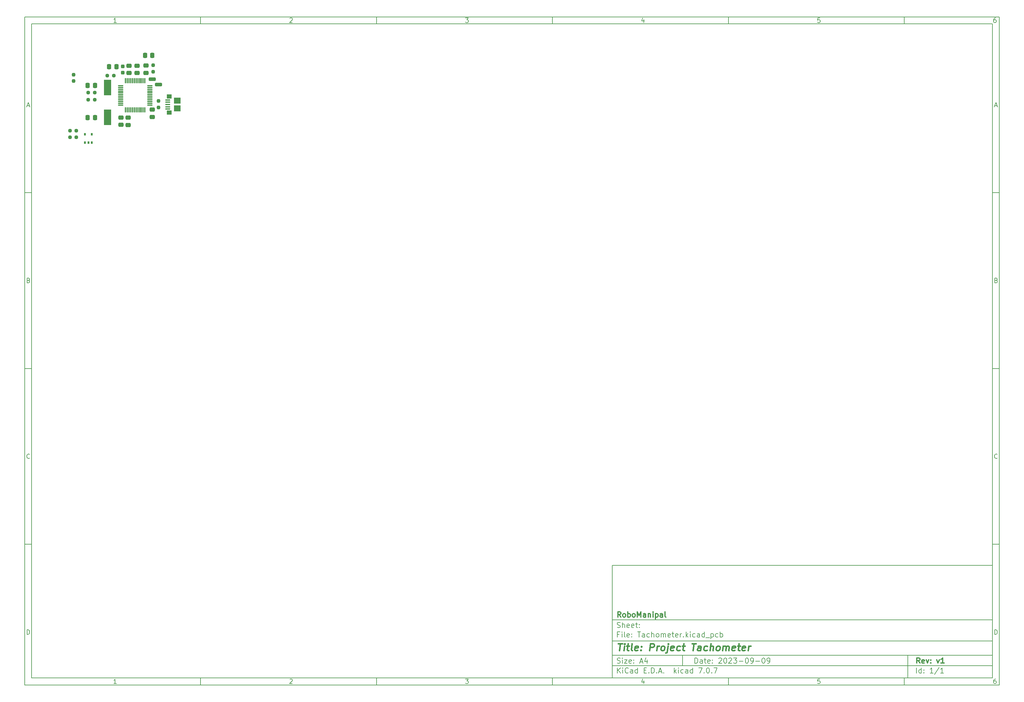
<source format=gbr>
%TF.GenerationSoftware,KiCad,Pcbnew,7.0.7*%
%TF.CreationDate,2023-09-17T23:44:38+05:30*%
%TF.ProjectId,Tachometer,54616368-6f6d-4657-9465-722e6b696361,v1*%
%TF.SameCoordinates,Original*%
%TF.FileFunction,Paste,Bot*%
%TF.FilePolarity,Positive*%
%FSLAX46Y46*%
G04 Gerber Fmt 4.6, Leading zero omitted, Abs format (unit mm)*
G04 Created by KiCad (PCBNEW 7.0.7) date 2023-09-17 23:44:38*
%MOMM*%
%LPD*%
G01*
G04 APERTURE LIST*
G04 Aperture macros list*
%AMRoundRect*
0 Rectangle with rounded corners*
0 $1 Rounding radius*
0 $2 $3 $4 $5 $6 $7 $8 $9 X,Y pos of 4 corners*
0 Add a 4 corners polygon primitive as box body*
4,1,4,$2,$3,$4,$5,$6,$7,$8,$9,$2,$3,0*
0 Add four circle primitives for the rounded corners*
1,1,$1+$1,$2,$3*
1,1,$1+$1,$4,$5*
1,1,$1+$1,$6,$7*
1,1,$1+$1,$8,$9*
0 Add four rect primitives between the rounded corners*
20,1,$1+$1,$2,$3,$4,$5,0*
20,1,$1+$1,$4,$5,$6,$7,0*
20,1,$1+$1,$6,$7,$8,$9,0*
20,1,$1+$1,$8,$9,$2,$3,0*%
G04 Aperture macros list end*
%ADD10C,0.100000*%
%ADD11C,0.150000*%
%ADD12C,0.300000*%
%ADD13C,0.400000*%
%ADD14RoundRect,0.250000X-0.475000X0.337500X-0.475000X-0.337500X0.475000X-0.337500X0.475000X0.337500X0*%
%ADD15R,2.000000X4.500000*%
%ADD16RoundRect,0.237500X-0.250000X-0.237500X0.250000X-0.237500X0.250000X0.237500X-0.250000X0.237500X0*%
%ADD17RoundRect,0.237500X-0.237500X0.250000X-0.237500X-0.250000X0.237500X-0.250000X0.237500X0.250000X0*%
%ADD18RoundRect,0.250000X0.475000X-0.337500X0.475000X0.337500X-0.475000X0.337500X-0.475000X-0.337500X0*%
%ADD19R,1.400000X0.400000*%
%ADD20R,1.450000X1.150000*%
%ADD21R,1.900000X1.750000*%
%ADD22RoundRect,0.250000X0.337500X0.475000X-0.337500X0.475000X-0.337500X-0.475000X0.337500X-0.475000X0*%
%ADD23RoundRect,0.237500X0.237500X-0.250000X0.237500X0.250000X-0.237500X0.250000X-0.237500X-0.250000X0*%
%ADD24RoundRect,0.237500X0.250000X0.237500X-0.250000X0.237500X-0.250000X-0.237500X0.250000X-0.237500X0*%
%ADD25RoundRect,0.075000X-0.662500X-0.075000X0.662500X-0.075000X0.662500X0.075000X-0.662500X0.075000X0*%
%ADD26RoundRect,0.075000X-0.075000X-0.662500X0.075000X-0.662500X0.075000X0.662500X-0.075000X0.662500X0*%
%ADD27R,0.550000X0.800000*%
%ADD28RoundRect,0.237500X0.237500X-0.287500X0.237500X0.287500X-0.237500X0.287500X-0.237500X-0.287500X0*%
%ADD29RoundRect,0.250000X0.750000X-0.250000X0.750000X0.250000X-0.750000X0.250000X-0.750000X-0.250000X0*%
%ADD30RoundRect,0.250000X-0.750000X0.250000X-0.750000X-0.250000X0.750000X-0.250000X0.750000X0.250000X0*%
G04 APERTURE END LIST*
D10*
D11*
X177002200Y-166007200D02*
X285002200Y-166007200D01*
X285002200Y-198007200D01*
X177002200Y-198007200D01*
X177002200Y-166007200D01*
D10*
D11*
X10000000Y-10000000D02*
X287002200Y-10000000D01*
X287002200Y-200007200D01*
X10000000Y-200007200D01*
X10000000Y-10000000D01*
D10*
D11*
X12000000Y-12000000D02*
X285002200Y-12000000D01*
X285002200Y-198007200D01*
X12000000Y-198007200D01*
X12000000Y-12000000D01*
D10*
D11*
X60000000Y-12000000D02*
X60000000Y-10000000D01*
D10*
D11*
X110000000Y-12000000D02*
X110000000Y-10000000D01*
D10*
D11*
X160000000Y-12000000D02*
X160000000Y-10000000D01*
D10*
D11*
X210000000Y-12000000D02*
X210000000Y-10000000D01*
D10*
D11*
X260000000Y-12000000D02*
X260000000Y-10000000D01*
D10*
D11*
X36089160Y-11593604D02*
X35346303Y-11593604D01*
X35717731Y-11593604D02*
X35717731Y-10293604D01*
X35717731Y-10293604D02*
X35593922Y-10479319D01*
X35593922Y-10479319D02*
X35470112Y-10603128D01*
X35470112Y-10603128D02*
X35346303Y-10665033D01*
D10*
D11*
X85346303Y-10417414D02*
X85408207Y-10355509D01*
X85408207Y-10355509D02*
X85532017Y-10293604D01*
X85532017Y-10293604D02*
X85841541Y-10293604D01*
X85841541Y-10293604D02*
X85965350Y-10355509D01*
X85965350Y-10355509D02*
X86027255Y-10417414D01*
X86027255Y-10417414D02*
X86089160Y-10541223D01*
X86089160Y-10541223D02*
X86089160Y-10665033D01*
X86089160Y-10665033D02*
X86027255Y-10850747D01*
X86027255Y-10850747D02*
X85284398Y-11593604D01*
X85284398Y-11593604D02*
X86089160Y-11593604D01*
D10*
D11*
X135284398Y-10293604D02*
X136089160Y-10293604D01*
X136089160Y-10293604D02*
X135655826Y-10788842D01*
X135655826Y-10788842D02*
X135841541Y-10788842D01*
X135841541Y-10788842D02*
X135965350Y-10850747D01*
X135965350Y-10850747D02*
X136027255Y-10912652D01*
X136027255Y-10912652D02*
X136089160Y-11036461D01*
X136089160Y-11036461D02*
X136089160Y-11345985D01*
X136089160Y-11345985D02*
X136027255Y-11469795D01*
X136027255Y-11469795D02*
X135965350Y-11531700D01*
X135965350Y-11531700D02*
X135841541Y-11593604D01*
X135841541Y-11593604D02*
X135470112Y-11593604D01*
X135470112Y-11593604D02*
X135346303Y-11531700D01*
X135346303Y-11531700D02*
X135284398Y-11469795D01*
D10*
D11*
X185965350Y-10726938D02*
X185965350Y-11593604D01*
X185655826Y-10231700D02*
X185346303Y-11160271D01*
X185346303Y-11160271D02*
X186151064Y-11160271D01*
D10*
D11*
X236027255Y-10293604D02*
X235408207Y-10293604D01*
X235408207Y-10293604D02*
X235346303Y-10912652D01*
X235346303Y-10912652D02*
X235408207Y-10850747D01*
X235408207Y-10850747D02*
X235532017Y-10788842D01*
X235532017Y-10788842D02*
X235841541Y-10788842D01*
X235841541Y-10788842D02*
X235965350Y-10850747D01*
X235965350Y-10850747D02*
X236027255Y-10912652D01*
X236027255Y-10912652D02*
X236089160Y-11036461D01*
X236089160Y-11036461D02*
X236089160Y-11345985D01*
X236089160Y-11345985D02*
X236027255Y-11469795D01*
X236027255Y-11469795D02*
X235965350Y-11531700D01*
X235965350Y-11531700D02*
X235841541Y-11593604D01*
X235841541Y-11593604D02*
X235532017Y-11593604D01*
X235532017Y-11593604D02*
X235408207Y-11531700D01*
X235408207Y-11531700D02*
X235346303Y-11469795D01*
D10*
D11*
X285965350Y-10293604D02*
X285717731Y-10293604D01*
X285717731Y-10293604D02*
X285593922Y-10355509D01*
X285593922Y-10355509D02*
X285532017Y-10417414D01*
X285532017Y-10417414D02*
X285408207Y-10603128D01*
X285408207Y-10603128D02*
X285346303Y-10850747D01*
X285346303Y-10850747D02*
X285346303Y-11345985D01*
X285346303Y-11345985D02*
X285408207Y-11469795D01*
X285408207Y-11469795D02*
X285470112Y-11531700D01*
X285470112Y-11531700D02*
X285593922Y-11593604D01*
X285593922Y-11593604D02*
X285841541Y-11593604D01*
X285841541Y-11593604D02*
X285965350Y-11531700D01*
X285965350Y-11531700D02*
X286027255Y-11469795D01*
X286027255Y-11469795D02*
X286089160Y-11345985D01*
X286089160Y-11345985D02*
X286089160Y-11036461D01*
X286089160Y-11036461D02*
X286027255Y-10912652D01*
X286027255Y-10912652D02*
X285965350Y-10850747D01*
X285965350Y-10850747D02*
X285841541Y-10788842D01*
X285841541Y-10788842D02*
X285593922Y-10788842D01*
X285593922Y-10788842D02*
X285470112Y-10850747D01*
X285470112Y-10850747D02*
X285408207Y-10912652D01*
X285408207Y-10912652D02*
X285346303Y-11036461D01*
D10*
D11*
X60000000Y-198007200D02*
X60000000Y-200007200D01*
D10*
D11*
X110000000Y-198007200D02*
X110000000Y-200007200D01*
D10*
D11*
X160000000Y-198007200D02*
X160000000Y-200007200D01*
D10*
D11*
X210000000Y-198007200D02*
X210000000Y-200007200D01*
D10*
D11*
X260000000Y-198007200D02*
X260000000Y-200007200D01*
D10*
D11*
X36089160Y-199600804D02*
X35346303Y-199600804D01*
X35717731Y-199600804D02*
X35717731Y-198300804D01*
X35717731Y-198300804D02*
X35593922Y-198486519D01*
X35593922Y-198486519D02*
X35470112Y-198610328D01*
X35470112Y-198610328D02*
X35346303Y-198672233D01*
D10*
D11*
X85346303Y-198424614D02*
X85408207Y-198362709D01*
X85408207Y-198362709D02*
X85532017Y-198300804D01*
X85532017Y-198300804D02*
X85841541Y-198300804D01*
X85841541Y-198300804D02*
X85965350Y-198362709D01*
X85965350Y-198362709D02*
X86027255Y-198424614D01*
X86027255Y-198424614D02*
X86089160Y-198548423D01*
X86089160Y-198548423D02*
X86089160Y-198672233D01*
X86089160Y-198672233D02*
X86027255Y-198857947D01*
X86027255Y-198857947D02*
X85284398Y-199600804D01*
X85284398Y-199600804D02*
X86089160Y-199600804D01*
D10*
D11*
X135284398Y-198300804D02*
X136089160Y-198300804D01*
X136089160Y-198300804D02*
X135655826Y-198796042D01*
X135655826Y-198796042D02*
X135841541Y-198796042D01*
X135841541Y-198796042D02*
X135965350Y-198857947D01*
X135965350Y-198857947D02*
X136027255Y-198919852D01*
X136027255Y-198919852D02*
X136089160Y-199043661D01*
X136089160Y-199043661D02*
X136089160Y-199353185D01*
X136089160Y-199353185D02*
X136027255Y-199476995D01*
X136027255Y-199476995D02*
X135965350Y-199538900D01*
X135965350Y-199538900D02*
X135841541Y-199600804D01*
X135841541Y-199600804D02*
X135470112Y-199600804D01*
X135470112Y-199600804D02*
X135346303Y-199538900D01*
X135346303Y-199538900D02*
X135284398Y-199476995D01*
D10*
D11*
X185965350Y-198734138D02*
X185965350Y-199600804D01*
X185655826Y-198238900D02*
X185346303Y-199167471D01*
X185346303Y-199167471D02*
X186151064Y-199167471D01*
D10*
D11*
X236027255Y-198300804D02*
X235408207Y-198300804D01*
X235408207Y-198300804D02*
X235346303Y-198919852D01*
X235346303Y-198919852D02*
X235408207Y-198857947D01*
X235408207Y-198857947D02*
X235532017Y-198796042D01*
X235532017Y-198796042D02*
X235841541Y-198796042D01*
X235841541Y-198796042D02*
X235965350Y-198857947D01*
X235965350Y-198857947D02*
X236027255Y-198919852D01*
X236027255Y-198919852D02*
X236089160Y-199043661D01*
X236089160Y-199043661D02*
X236089160Y-199353185D01*
X236089160Y-199353185D02*
X236027255Y-199476995D01*
X236027255Y-199476995D02*
X235965350Y-199538900D01*
X235965350Y-199538900D02*
X235841541Y-199600804D01*
X235841541Y-199600804D02*
X235532017Y-199600804D01*
X235532017Y-199600804D02*
X235408207Y-199538900D01*
X235408207Y-199538900D02*
X235346303Y-199476995D01*
D10*
D11*
X285965350Y-198300804D02*
X285717731Y-198300804D01*
X285717731Y-198300804D02*
X285593922Y-198362709D01*
X285593922Y-198362709D02*
X285532017Y-198424614D01*
X285532017Y-198424614D02*
X285408207Y-198610328D01*
X285408207Y-198610328D02*
X285346303Y-198857947D01*
X285346303Y-198857947D02*
X285346303Y-199353185D01*
X285346303Y-199353185D02*
X285408207Y-199476995D01*
X285408207Y-199476995D02*
X285470112Y-199538900D01*
X285470112Y-199538900D02*
X285593922Y-199600804D01*
X285593922Y-199600804D02*
X285841541Y-199600804D01*
X285841541Y-199600804D02*
X285965350Y-199538900D01*
X285965350Y-199538900D02*
X286027255Y-199476995D01*
X286027255Y-199476995D02*
X286089160Y-199353185D01*
X286089160Y-199353185D02*
X286089160Y-199043661D01*
X286089160Y-199043661D02*
X286027255Y-198919852D01*
X286027255Y-198919852D02*
X285965350Y-198857947D01*
X285965350Y-198857947D02*
X285841541Y-198796042D01*
X285841541Y-198796042D02*
X285593922Y-198796042D01*
X285593922Y-198796042D02*
X285470112Y-198857947D01*
X285470112Y-198857947D02*
X285408207Y-198919852D01*
X285408207Y-198919852D02*
X285346303Y-199043661D01*
D10*
D11*
X10000000Y-60000000D02*
X12000000Y-60000000D01*
D10*
D11*
X10000000Y-110000000D02*
X12000000Y-110000000D01*
D10*
D11*
X10000000Y-160000000D02*
X12000000Y-160000000D01*
D10*
D11*
X10690476Y-35222176D02*
X11309523Y-35222176D01*
X10566666Y-35593604D02*
X10999999Y-34293604D01*
X10999999Y-34293604D02*
X11433333Y-35593604D01*
D10*
D11*
X11092857Y-84912652D02*
X11278571Y-84974557D01*
X11278571Y-84974557D02*
X11340476Y-85036461D01*
X11340476Y-85036461D02*
X11402380Y-85160271D01*
X11402380Y-85160271D02*
X11402380Y-85345985D01*
X11402380Y-85345985D02*
X11340476Y-85469795D01*
X11340476Y-85469795D02*
X11278571Y-85531700D01*
X11278571Y-85531700D02*
X11154761Y-85593604D01*
X11154761Y-85593604D02*
X10659523Y-85593604D01*
X10659523Y-85593604D02*
X10659523Y-84293604D01*
X10659523Y-84293604D02*
X11092857Y-84293604D01*
X11092857Y-84293604D02*
X11216666Y-84355509D01*
X11216666Y-84355509D02*
X11278571Y-84417414D01*
X11278571Y-84417414D02*
X11340476Y-84541223D01*
X11340476Y-84541223D02*
X11340476Y-84665033D01*
X11340476Y-84665033D02*
X11278571Y-84788842D01*
X11278571Y-84788842D02*
X11216666Y-84850747D01*
X11216666Y-84850747D02*
X11092857Y-84912652D01*
X11092857Y-84912652D02*
X10659523Y-84912652D01*
D10*
D11*
X11402380Y-135469795D02*
X11340476Y-135531700D01*
X11340476Y-135531700D02*
X11154761Y-135593604D01*
X11154761Y-135593604D02*
X11030952Y-135593604D01*
X11030952Y-135593604D02*
X10845238Y-135531700D01*
X10845238Y-135531700D02*
X10721428Y-135407890D01*
X10721428Y-135407890D02*
X10659523Y-135284080D01*
X10659523Y-135284080D02*
X10597619Y-135036461D01*
X10597619Y-135036461D02*
X10597619Y-134850747D01*
X10597619Y-134850747D02*
X10659523Y-134603128D01*
X10659523Y-134603128D02*
X10721428Y-134479319D01*
X10721428Y-134479319D02*
X10845238Y-134355509D01*
X10845238Y-134355509D02*
X11030952Y-134293604D01*
X11030952Y-134293604D02*
X11154761Y-134293604D01*
X11154761Y-134293604D02*
X11340476Y-134355509D01*
X11340476Y-134355509D02*
X11402380Y-134417414D01*
D10*
D11*
X10659523Y-185593604D02*
X10659523Y-184293604D01*
X10659523Y-184293604D02*
X10969047Y-184293604D01*
X10969047Y-184293604D02*
X11154761Y-184355509D01*
X11154761Y-184355509D02*
X11278571Y-184479319D01*
X11278571Y-184479319D02*
X11340476Y-184603128D01*
X11340476Y-184603128D02*
X11402380Y-184850747D01*
X11402380Y-184850747D02*
X11402380Y-185036461D01*
X11402380Y-185036461D02*
X11340476Y-185284080D01*
X11340476Y-185284080D02*
X11278571Y-185407890D01*
X11278571Y-185407890D02*
X11154761Y-185531700D01*
X11154761Y-185531700D02*
X10969047Y-185593604D01*
X10969047Y-185593604D02*
X10659523Y-185593604D01*
D10*
D11*
X287002200Y-60000000D02*
X285002200Y-60000000D01*
D10*
D11*
X287002200Y-110000000D02*
X285002200Y-110000000D01*
D10*
D11*
X287002200Y-160000000D02*
X285002200Y-160000000D01*
D10*
D11*
X285692676Y-35222176D02*
X286311723Y-35222176D01*
X285568866Y-35593604D02*
X286002199Y-34293604D01*
X286002199Y-34293604D02*
X286435533Y-35593604D01*
D10*
D11*
X286095057Y-84912652D02*
X286280771Y-84974557D01*
X286280771Y-84974557D02*
X286342676Y-85036461D01*
X286342676Y-85036461D02*
X286404580Y-85160271D01*
X286404580Y-85160271D02*
X286404580Y-85345985D01*
X286404580Y-85345985D02*
X286342676Y-85469795D01*
X286342676Y-85469795D02*
X286280771Y-85531700D01*
X286280771Y-85531700D02*
X286156961Y-85593604D01*
X286156961Y-85593604D02*
X285661723Y-85593604D01*
X285661723Y-85593604D02*
X285661723Y-84293604D01*
X285661723Y-84293604D02*
X286095057Y-84293604D01*
X286095057Y-84293604D02*
X286218866Y-84355509D01*
X286218866Y-84355509D02*
X286280771Y-84417414D01*
X286280771Y-84417414D02*
X286342676Y-84541223D01*
X286342676Y-84541223D02*
X286342676Y-84665033D01*
X286342676Y-84665033D02*
X286280771Y-84788842D01*
X286280771Y-84788842D02*
X286218866Y-84850747D01*
X286218866Y-84850747D02*
X286095057Y-84912652D01*
X286095057Y-84912652D02*
X285661723Y-84912652D01*
D10*
D11*
X286404580Y-135469795D02*
X286342676Y-135531700D01*
X286342676Y-135531700D02*
X286156961Y-135593604D01*
X286156961Y-135593604D02*
X286033152Y-135593604D01*
X286033152Y-135593604D02*
X285847438Y-135531700D01*
X285847438Y-135531700D02*
X285723628Y-135407890D01*
X285723628Y-135407890D02*
X285661723Y-135284080D01*
X285661723Y-135284080D02*
X285599819Y-135036461D01*
X285599819Y-135036461D02*
X285599819Y-134850747D01*
X285599819Y-134850747D02*
X285661723Y-134603128D01*
X285661723Y-134603128D02*
X285723628Y-134479319D01*
X285723628Y-134479319D02*
X285847438Y-134355509D01*
X285847438Y-134355509D02*
X286033152Y-134293604D01*
X286033152Y-134293604D02*
X286156961Y-134293604D01*
X286156961Y-134293604D02*
X286342676Y-134355509D01*
X286342676Y-134355509D02*
X286404580Y-134417414D01*
D10*
D11*
X285661723Y-185593604D02*
X285661723Y-184293604D01*
X285661723Y-184293604D02*
X285971247Y-184293604D01*
X285971247Y-184293604D02*
X286156961Y-184355509D01*
X286156961Y-184355509D02*
X286280771Y-184479319D01*
X286280771Y-184479319D02*
X286342676Y-184603128D01*
X286342676Y-184603128D02*
X286404580Y-184850747D01*
X286404580Y-184850747D02*
X286404580Y-185036461D01*
X286404580Y-185036461D02*
X286342676Y-185284080D01*
X286342676Y-185284080D02*
X286280771Y-185407890D01*
X286280771Y-185407890D02*
X286156961Y-185531700D01*
X286156961Y-185531700D02*
X285971247Y-185593604D01*
X285971247Y-185593604D02*
X285661723Y-185593604D01*
D10*
D11*
X200458026Y-193793328D02*
X200458026Y-192293328D01*
X200458026Y-192293328D02*
X200815169Y-192293328D01*
X200815169Y-192293328D02*
X201029455Y-192364757D01*
X201029455Y-192364757D02*
X201172312Y-192507614D01*
X201172312Y-192507614D02*
X201243741Y-192650471D01*
X201243741Y-192650471D02*
X201315169Y-192936185D01*
X201315169Y-192936185D02*
X201315169Y-193150471D01*
X201315169Y-193150471D02*
X201243741Y-193436185D01*
X201243741Y-193436185D02*
X201172312Y-193579042D01*
X201172312Y-193579042D02*
X201029455Y-193721900D01*
X201029455Y-193721900D02*
X200815169Y-193793328D01*
X200815169Y-193793328D02*
X200458026Y-193793328D01*
X202600884Y-193793328D02*
X202600884Y-193007614D01*
X202600884Y-193007614D02*
X202529455Y-192864757D01*
X202529455Y-192864757D02*
X202386598Y-192793328D01*
X202386598Y-192793328D02*
X202100884Y-192793328D01*
X202100884Y-192793328D02*
X201958026Y-192864757D01*
X202600884Y-193721900D02*
X202458026Y-193793328D01*
X202458026Y-193793328D02*
X202100884Y-193793328D01*
X202100884Y-193793328D02*
X201958026Y-193721900D01*
X201958026Y-193721900D02*
X201886598Y-193579042D01*
X201886598Y-193579042D02*
X201886598Y-193436185D01*
X201886598Y-193436185D02*
X201958026Y-193293328D01*
X201958026Y-193293328D02*
X202100884Y-193221900D01*
X202100884Y-193221900D02*
X202458026Y-193221900D01*
X202458026Y-193221900D02*
X202600884Y-193150471D01*
X203100884Y-192793328D02*
X203672312Y-192793328D01*
X203315169Y-192293328D02*
X203315169Y-193579042D01*
X203315169Y-193579042D02*
X203386598Y-193721900D01*
X203386598Y-193721900D02*
X203529455Y-193793328D01*
X203529455Y-193793328D02*
X203672312Y-193793328D01*
X204743741Y-193721900D02*
X204600884Y-193793328D01*
X204600884Y-193793328D02*
X204315170Y-193793328D01*
X204315170Y-193793328D02*
X204172312Y-193721900D01*
X204172312Y-193721900D02*
X204100884Y-193579042D01*
X204100884Y-193579042D02*
X204100884Y-193007614D01*
X204100884Y-193007614D02*
X204172312Y-192864757D01*
X204172312Y-192864757D02*
X204315170Y-192793328D01*
X204315170Y-192793328D02*
X204600884Y-192793328D01*
X204600884Y-192793328D02*
X204743741Y-192864757D01*
X204743741Y-192864757D02*
X204815170Y-193007614D01*
X204815170Y-193007614D02*
X204815170Y-193150471D01*
X204815170Y-193150471D02*
X204100884Y-193293328D01*
X205458026Y-193650471D02*
X205529455Y-193721900D01*
X205529455Y-193721900D02*
X205458026Y-193793328D01*
X205458026Y-193793328D02*
X205386598Y-193721900D01*
X205386598Y-193721900D02*
X205458026Y-193650471D01*
X205458026Y-193650471D02*
X205458026Y-193793328D01*
X205458026Y-192864757D02*
X205529455Y-192936185D01*
X205529455Y-192936185D02*
X205458026Y-193007614D01*
X205458026Y-193007614D02*
X205386598Y-192936185D01*
X205386598Y-192936185D02*
X205458026Y-192864757D01*
X205458026Y-192864757D02*
X205458026Y-193007614D01*
X207243741Y-192436185D02*
X207315169Y-192364757D01*
X207315169Y-192364757D02*
X207458027Y-192293328D01*
X207458027Y-192293328D02*
X207815169Y-192293328D01*
X207815169Y-192293328D02*
X207958027Y-192364757D01*
X207958027Y-192364757D02*
X208029455Y-192436185D01*
X208029455Y-192436185D02*
X208100884Y-192579042D01*
X208100884Y-192579042D02*
X208100884Y-192721900D01*
X208100884Y-192721900D02*
X208029455Y-192936185D01*
X208029455Y-192936185D02*
X207172312Y-193793328D01*
X207172312Y-193793328D02*
X208100884Y-193793328D01*
X209029455Y-192293328D02*
X209172312Y-192293328D01*
X209172312Y-192293328D02*
X209315169Y-192364757D01*
X209315169Y-192364757D02*
X209386598Y-192436185D01*
X209386598Y-192436185D02*
X209458026Y-192579042D01*
X209458026Y-192579042D02*
X209529455Y-192864757D01*
X209529455Y-192864757D02*
X209529455Y-193221900D01*
X209529455Y-193221900D02*
X209458026Y-193507614D01*
X209458026Y-193507614D02*
X209386598Y-193650471D01*
X209386598Y-193650471D02*
X209315169Y-193721900D01*
X209315169Y-193721900D02*
X209172312Y-193793328D01*
X209172312Y-193793328D02*
X209029455Y-193793328D01*
X209029455Y-193793328D02*
X208886598Y-193721900D01*
X208886598Y-193721900D02*
X208815169Y-193650471D01*
X208815169Y-193650471D02*
X208743740Y-193507614D01*
X208743740Y-193507614D02*
X208672312Y-193221900D01*
X208672312Y-193221900D02*
X208672312Y-192864757D01*
X208672312Y-192864757D02*
X208743740Y-192579042D01*
X208743740Y-192579042D02*
X208815169Y-192436185D01*
X208815169Y-192436185D02*
X208886598Y-192364757D01*
X208886598Y-192364757D02*
X209029455Y-192293328D01*
X210100883Y-192436185D02*
X210172311Y-192364757D01*
X210172311Y-192364757D02*
X210315169Y-192293328D01*
X210315169Y-192293328D02*
X210672311Y-192293328D01*
X210672311Y-192293328D02*
X210815169Y-192364757D01*
X210815169Y-192364757D02*
X210886597Y-192436185D01*
X210886597Y-192436185D02*
X210958026Y-192579042D01*
X210958026Y-192579042D02*
X210958026Y-192721900D01*
X210958026Y-192721900D02*
X210886597Y-192936185D01*
X210886597Y-192936185D02*
X210029454Y-193793328D01*
X210029454Y-193793328D02*
X210958026Y-193793328D01*
X211458025Y-192293328D02*
X212386597Y-192293328D01*
X212386597Y-192293328D02*
X211886597Y-192864757D01*
X211886597Y-192864757D02*
X212100882Y-192864757D01*
X212100882Y-192864757D02*
X212243740Y-192936185D01*
X212243740Y-192936185D02*
X212315168Y-193007614D01*
X212315168Y-193007614D02*
X212386597Y-193150471D01*
X212386597Y-193150471D02*
X212386597Y-193507614D01*
X212386597Y-193507614D02*
X212315168Y-193650471D01*
X212315168Y-193650471D02*
X212243740Y-193721900D01*
X212243740Y-193721900D02*
X212100882Y-193793328D01*
X212100882Y-193793328D02*
X211672311Y-193793328D01*
X211672311Y-193793328D02*
X211529454Y-193721900D01*
X211529454Y-193721900D02*
X211458025Y-193650471D01*
X213029453Y-193221900D02*
X214172311Y-193221900D01*
X215172311Y-192293328D02*
X215315168Y-192293328D01*
X215315168Y-192293328D02*
X215458025Y-192364757D01*
X215458025Y-192364757D02*
X215529454Y-192436185D01*
X215529454Y-192436185D02*
X215600882Y-192579042D01*
X215600882Y-192579042D02*
X215672311Y-192864757D01*
X215672311Y-192864757D02*
X215672311Y-193221900D01*
X215672311Y-193221900D02*
X215600882Y-193507614D01*
X215600882Y-193507614D02*
X215529454Y-193650471D01*
X215529454Y-193650471D02*
X215458025Y-193721900D01*
X215458025Y-193721900D02*
X215315168Y-193793328D01*
X215315168Y-193793328D02*
X215172311Y-193793328D01*
X215172311Y-193793328D02*
X215029454Y-193721900D01*
X215029454Y-193721900D02*
X214958025Y-193650471D01*
X214958025Y-193650471D02*
X214886596Y-193507614D01*
X214886596Y-193507614D02*
X214815168Y-193221900D01*
X214815168Y-193221900D02*
X214815168Y-192864757D01*
X214815168Y-192864757D02*
X214886596Y-192579042D01*
X214886596Y-192579042D02*
X214958025Y-192436185D01*
X214958025Y-192436185D02*
X215029454Y-192364757D01*
X215029454Y-192364757D02*
X215172311Y-192293328D01*
X216386596Y-193793328D02*
X216672310Y-193793328D01*
X216672310Y-193793328D02*
X216815167Y-193721900D01*
X216815167Y-193721900D02*
X216886596Y-193650471D01*
X216886596Y-193650471D02*
X217029453Y-193436185D01*
X217029453Y-193436185D02*
X217100882Y-193150471D01*
X217100882Y-193150471D02*
X217100882Y-192579042D01*
X217100882Y-192579042D02*
X217029453Y-192436185D01*
X217029453Y-192436185D02*
X216958025Y-192364757D01*
X216958025Y-192364757D02*
X216815167Y-192293328D01*
X216815167Y-192293328D02*
X216529453Y-192293328D01*
X216529453Y-192293328D02*
X216386596Y-192364757D01*
X216386596Y-192364757D02*
X216315167Y-192436185D01*
X216315167Y-192436185D02*
X216243739Y-192579042D01*
X216243739Y-192579042D02*
X216243739Y-192936185D01*
X216243739Y-192936185D02*
X216315167Y-193079042D01*
X216315167Y-193079042D02*
X216386596Y-193150471D01*
X216386596Y-193150471D02*
X216529453Y-193221900D01*
X216529453Y-193221900D02*
X216815167Y-193221900D01*
X216815167Y-193221900D02*
X216958025Y-193150471D01*
X216958025Y-193150471D02*
X217029453Y-193079042D01*
X217029453Y-193079042D02*
X217100882Y-192936185D01*
X217743738Y-193221900D02*
X218886596Y-193221900D01*
X219886596Y-192293328D02*
X220029453Y-192293328D01*
X220029453Y-192293328D02*
X220172310Y-192364757D01*
X220172310Y-192364757D02*
X220243739Y-192436185D01*
X220243739Y-192436185D02*
X220315167Y-192579042D01*
X220315167Y-192579042D02*
X220386596Y-192864757D01*
X220386596Y-192864757D02*
X220386596Y-193221900D01*
X220386596Y-193221900D02*
X220315167Y-193507614D01*
X220315167Y-193507614D02*
X220243739Y-193650471D01*
X220243739Y-193650471D02*
X220172310Y-193721900D01*
X220172310Y-193721900D02*
X220029453Y-193793328D01*
X220029453Y-193793328D02*
X219886596Y-193793328D01*
X219886596Y-193793328D02*
X219743739Y-193721900D01*
X219743739Y-193721900D02*
X219672310Y-193650471D01*
X219672310Y-193650471D02*
X219600881Y-193507614D01*
X219600881Y-193507614D02*
X219529453Y-193221900D01*
X219529453Y-193221900D02*
X219529453Y-192864757D01*
X219529453Y-192864757D02*
X219600881Y-192579042D01*
X219600881Y-192579042D02*
X219672310Y-192436185D01*
X219672310Y-192436185D02*
X219743739Y-192364757D01*
X219743739Y-192364757D02*
X219886596Y-192293328D01*
X221100881Y-193793328D02*
X221386595Y-193793328D01*
X221386595Y-193793328D02*
X221529452Y-193721900D01*
X221529452Y-193721900D02*
X221600881Y-193650471D01*
X221600881Y-193650471D02*
X221743738Y-193436185D01*
X221743738Y-193436185D02*
X221815167Y-193150471D01*
X221815167Y-193150471D02*
X221815167Y-192579042D01*
X221815167Y-192579042D02*
X221743738Y-192436185D01*
X221743738Y-192436185D02*
X221672310Y-192364757D01*
X221672310Y-192364757D02*
X221529452Y-192293328D01*
X221529452Y-192293328D02*
X221243738Y-192293328D01*
X221243738Y-192293328D02*
X221100881Y-192364757D01*
X221100881Y-192364757D02*
X221029452Y-192436185D01*
X221029452Y-192436185D02*
X220958024Y-192579042D01*
X220958024Y-192579042D02*
X220958024Y-192936185D01*
X220958024Y-192936185D02*
X221029452Y-193079042D01*
X221029452Y-193079042D02*
X221100881Y-193150471D01*
X221100881Y-193150471D02*
X221243738Y-193221900D01*
X221243738Y-193221900D02*
X221529452Y-193221900D01*
X221529452Y-193221900D02*
X221672310Y-193150471D01*
X221672310Y-193150471D02*
X221743738Y-193079042D01*
X221743738Y-193079042D02*
X221815167Y-192936185D01*
D10*
D11*
X177002200Y-194507200D02*
X285002200Y-194507200D01*
D10*
D11*
X178458026Y-196593328D02*
X178458026Y-195093328D01*
X179315169Y-196593328D02*
X178672312Y-195736185D01*
X179315169Y-195093328D02*
X178458026Y-195950471D01*
X179958026Y-196593328D02*
X179958026Y-195593328D01*
X179958026Y-195093328D02*
X179886598Y-195164757D01*
X179886598Y-195164757D02*
X179958026Y-195236185D01*
X179958026Y-195236185D02*
X180029455Y-195164757D01*
X180029455Y-195164757D02*
X179958026Y-195093328D01*
X179958026Y-195093328D02*
X179958026Y-195236185D01*
X181529455Y-196450471D02*
X181458027Y-196521900D01*
X181458027Y-196521900D02*
X181243741Y-196593328D01*
X181243741Y-196593328D02*
X181100884Y-196593328D01*
X181100884Y-196593328D02*
X180886598Y-196521900D01*
X180886598Y-196521900D02*
X180743741Y-196379042D01*
X180743741Y-196379042D02*
X180672312Y-196236185D01*
X180672312Y-196236185D02*
X180600884Y-195950471D01*
X180600884Y-195950471D02*
X180600884Y-195736185D01*
X180600884Y-195736185D02*
X180672312Y-195450471D01*
X180672312Y-195450471D02*
X180743741Y-195307614D01*
X180743741Y-195307614D02*
X180886598Y-195164757D01*
X180886598Y-195164757D02*
X181100884Y-195093328D01*
X181100884Y-195093328D02*
X181243741Y-195093328D01*
X181243741Y-195093328D02*
X181458027Y-195164757D01*
X181458027Y-195164757D02*
X181529455Y-195236185D01*
X182815170Y-196593328D02*
X182815170Y-195807614D01*
X182815170Y-195807614D02*
X182743741Y-195664757D01*
X182743741Y-195664757D02*
X182600884Y-195593328D01*
X182600884Y-195593328D02*
X182315170Y-195593328D01*
X182315170Y-195593328D02*
X182172312Y-195664757D01*
X182815170Y-196521900D02*
X182672312Y-196593328D01*
X182672312Y-196593328D02*
X182315170Y-196593328D01*
X182315170Y-196593328D02*
X182172312Y-196521900D01*
X182172312Y-196521900D02*
X182100884Y-196379042D01*
X182100884Y-196379042D02*
X182100884Y-196236185D01*
X182100884Y-196236185D02*
X182172312Y-196093328D01*
X182172312Y-196093328D02*
X182315170Y-196021900D01*
X182315170Y-196021900D02*
X182672312Y-196021900D01*
X182672312Y-196021900D02*
X182815170Y-195950471D01*
X184172313Y-196593328D02*
X184172313Y-195093328D01*
X184172313Y-196521900D02*
X184029455Y-196593328D01*
X184029455Y-196593328D02*
X183743741Y-196593328D01*
X183743741Y-196593328D02*
X183600884Y-196521900D01*
X183600884Y-196521900D02*
X183529455Y-196450471D01*
X183529455Y-196450471D02*
X183458027Y-196307614D01*
X183458027Y-196307614D02*
X183458027Y-195879042D01*
X183458027Y-195879042D02*
X183529455Y-195736185D01*
X183529455Y-195736185D02*
X183600884Y-195664757D01*
X183600884Y-195664757D02*
X183743741Y-195593328D01*
X183743741Y-195593328D02*
X184029455Y-195593328D01*
X184029455Y-195593328D02*
X184172313Y-195664757D01*
X186029455Y-195807614D02*
X186529455Y-195807614D01*
X186743741Y-196593328D02*
X186029455Y-196593328D01*
X186029455Y-196593328D02*
X186029455Y-195093328D01*
X186029455Y-195093328D02*
X186743741Y-195093328D01*
X187386598Y-196450471D02*
X187458027Y-196521900D01*
X187458027Y-196521900D02*
X187386598Y-196593328D01*
X187386598Y-196593328D02*
X187315170Y-196521900D01*
X187315170Y-196521900D02*
X187386598Y-196450471D01*
X187386598Y-196450471D02*
X187386598Y-196593328D01*
X188100884Y-196593328D02*
X188100884Y-195093328D01*
X188100884Y-195093328D02*
X188458027Y-195093328D01*
X188458027Y-195093328D02*
X188672313Y-195164757D01*
X188672313Y-195164757D02*
X188815170Y-195307614D01*
X188815170Y-195307614D02*
X188886599Y-195450471D01*
X188886599Y-195450471D02*
X188958027Y-195736185D01*
X188958027Y-195736185D02*
X188958027Y-195950471D01*
X188958027Y-195950471D02*
X188886599Y-196236185D01*
X188886599Y-196236185D02*
X188815170Y-196379042D01*
X188815170Y-196379042D02*
X188672313Y-196521900D01*
X188672313Y-196521900D02*
X188458027Y-196593328D01*
X188458027Y-196593328D02*
X188100884Y-196593328D01*
X189600884Y-196450471D02*
X189672313Y-196521900D01*
X189672313Y-196521900D02*
X189600884Y-196593328D01*
X189600884Y-196593328D02*
X189529456Y-196521900D01*
X189529456Y-196521900D02*
X189600884Y-196450471D01*
X189600884Y-196450471D02*
X189600884Y-196593328D01*
X190243742Y-196164757D02*
X190958028Y-196164757D01*
X190100885Y-196593328D02*
X190600885Y-195093328D01*
X190600885Y-195093328D02*
X191100885Y-196593328D01*
X191600884Y-196450471D02*
X191672313Y-196521900D01*
X191672313Y-196521900D02*
X191600884Y-196593328D01*
X191600884Y-196593328D02*
X191529456Y-196521900D01*
X191529456Y-196521900D02*
X191600884Y-196450471D01*
X191600884Y-196450471D02*
X191600884Y-196593328D01*
X194600884Y-196593328D02*
X194600884Y-195093328D01*
X194743742Y-196021900D02*
X195172313Y-196593328D01*
X195172313Y-195593328D02*
X194600884Y-196164757D01*
X195815170Y-196593328D02*
X195815170Y-195593328D01*
X195815170Y-195093328D02*
X195743742Y-195164757D01*
X195743742Y-195164757D02*
X195815170Y-195236185D01*
X195815170Y-195236185D02*
X195886599Y-195164757D01*
X195886599Y-195164757D02*
X195815170Y-195093328D01*
X195815170Y-195093328D02*
X195815170Y-195236185D01*
X197172314Y-196521900D02*
X197029456Y-196593328D01*
X197029456Y-196593328D02*
X196743742Y-196593328D01*
X196743742Y-196593328D02*
X196600885Y-196521900D01*
X196600885Y-196521900D02*
X196529456Y-196450471D01*
X196529456Y-196450471D02*
X196458028Y-196307614D01*
X196458028Y-196307614D02*
X196458028Y-195879042D01*
X196458028Y-195879042D02*
X196529456Y-195736185D01*
X196529456Y-195736185D02*
X196600885Y-195664757D01*
X196600885Y-195664757D02*
X196743742Y-195593328D01*
X196743742Y-195593328D02*
X197029456Y-195593328D01*
X197029456Y-195593328D02*
X197172314Y-195664757D01*
X198458028Y-196593328D02*
X198458028Y-195807614D01*
X198458028Y-195807614D02*
X198386599Y-195664757D01*
X198386599Y-195664757D02*
X198243742Y-195593328D01*
X198243742Y-195593328D02*
X197958028Y-195593328D01*
X197958028Y-195593328D02*
X197815170Y-195664757D01*
X198458028Y-196521900D02*
X198315170Y-196593328D01*
X198315170Y-196593328D02*
X197958028Y-196593328D01*
X197958028Y-196593328D02*
X197815170Y-196521900D01*
X197815170Y-196521900D02*
X197743742Y-196379042D01*
X197743742Y-196379042D02*
X197743742Y-196236185D01*
X197743742Y-196236185D02*
X197815170Y-196093328D01*
X197815170Y-196093328D02*
X197958028Y-196021900D01*
X197958028Y-196021900D02*
X198315170Y-196021900D01*
X198315170Y-196021900D02*
X198458028Y-195950471D01*
X199815171Y-196593328D02*
X199815171Y-195093328D01*
X199815171Y-196521900D02*
X199672313Y-196593328D01*
X199672313Y-196593328D02*
X199386599Y-196593328D01*
X199386599Y-196593328D02*
X199243742Y-196521900D01*
X199243742Y-196521900D02*
X199172313Y-196450471D01*
X199172313Y-196450471D02*
X199100885Y-196307614D01*
X199100885Y-196307614D02*
X199100885Y-195879042D01*
X199100885Y-195879042D02*
X199172313Y-195736185D01*
X199172313Y-195736185D02*
X199243742Y-195664757D01*
X199243742Y-195664757D02*
X199386599Y-195593328D01*
X199386599Y-195593328D02*
X199672313Y-195593328D01*
X199672313Y-195593328D02*
X199815171Y-195664757D01*
X201529456Y-195093328D02*
X202529456Y-195093328D01*
X202529456Y-195093328D02*
X201886599Y-196593328D01*
X203100884Y-196450471D02*
X203172313Y-196521900D01*
X203172313Y-196521900D02*
X203100884Y-196593328D01*
X203100884Y-196593328D02*
X203029456Y-196521900D01*
X203029456Y-196521900D02*
X203100884Y-196450471D01*
X203100884Y-196450471D02*
X203100884Y-196593328D01*
X204100885Y-195093328D02*
X204243742Y-195093328D01*
X204243742Y-195093328D02*
X204386599Y-195164757D01*
X204386599Y-195164757D02*
X204458028Y-195236185D01*
X204458028Y-195236185D02*
X204529456Y-195379042D01*
X204529456Y-195379042D02*
X204600885Y-195664757D01*
X204600885Y-195664757D02*
X204600885Y-196021900D01*
X204600885Y-196021900D02*
X204529456Y-196307614D01*
X204529456Y-196307614D02*
X204458028Y-196450471D01*
X204458028Y-196450471D02*
X204386599Y-196521900D01*
X204386599Y-196521900D02*
X204243742Y-196593328D01*
X204243742Y-196593328D02*
X204100885Y-196593328D01*
X204100885Y-196593328D02*
X203958028Y-196521900D01*
X203958028Y-196521900D02*
X203886599Y-196450471D01*
X203886599Y-196450471D02*
X203815170Y-196307614D01*
X203815170Y-196307614D02*
X203743742Y-196021900D01*
X203743742Y-196021900D02*
X203743742Y-195664757D01*
X203743742Y-195664757D02*
X203815170Y-195379042D01*
X203815170Y-195379042D02*
X203886599Y-195236185D01*
X203886599Y-195236185D02*
X203958028Y-195164757D01*
X203958028Y-195164757D02*
X204100885Y-195093328D01*
X205243741Y-196450471D02*
X205315170Y-196521900D01*
X205315170Y-196521900D02*
X205243741Y-196593328D01*
X205243741Y-196593328D02*
X205172313Y-196521900D01*
X205172313Y-196521900D02*
X205243741Y-196450471D01*
X205243741Y-196450471D02*
X205243741Y-196593328D01*
X205815170Y-195093328D02*
X206815170Y-195093328D01*
X206815170Y-195093328D02*
X206172313Y-196593328D01*
D10*
D11*
X177002200Y-191507200D02*
X285002200Y-191507200D01*
D10*
D12*
X264413853Y-193785528D02*
X263913853Y-193071242D01*
X263556710Y-193785528D02*
X263556710Y-192285528D01*
X263556710Y-192285528D02*
X264128139Y-192285528D01*
X264128139Y-192285528D02*
X264270996Y-192356957D01*
X264270996Y-192356957D02*
X264342425Y-192428385D01*
X264342425Y-192428385D02*
X264413853Y-192571242D01*
X264413853Y-192571242D02*
X264413853Y-192785528D01*
X264413853Y-192785528D02*
X264342425Y-192928385D01*
X264342425Y-192928385D02*
X264270996Y-192999814D01*
X264270996Y-192999814D02*
X264128139Y-193071242D01*
X264128139Y-193071242D02*
X263556710Y-193071242D01*
X265628139Y-193714100D02*
X265485282Y-193785528D01*
X265485282Y-193785528D02*
X265199568Y-193785528D01*
X265199568Y-193785528D02*
X265056710Y-193714100D01*
X265056710Y-193714100D02*
X264985282Y-193571242D01*
X264985282Y-193571242D02*
X264985282Y-192999814D01*
X264985282Y-192999814D02*
X265056710Y-192856957D01*
X265056710Y-192856957D02*
X265199568Y-192785528D01*
X265199568Y-192785528D02*
X265485282Y-192785528D01*
X265485282Y-192785528D02*
X265628139Y-192856957D01*
X265628139Y-192856957D02*
X265699568Y-192999814D01*
X265699568Y-192999814D02*
X265699568Y-193142671D01*
X265699568Y-193142671D02*
X264985282Y-193285528D01*
X266199567Y-192785528D02*
X266556710Y-193785528D01*
X266556710Y-193785528D02*
X266913853Y-192785528D01*
X267485281Y-193642671D02*
X267556710Y-193714100D01*
X267556710Y-193714100D02*
X267485281Y-193785528D01*
X267485281Y-193785528D02*
X267413853Y-193714100D01*
X267413853Y-193714100D02*
X267485281Y-193642671D01*
X267485281Y-193642671D02*
X267485281Y-193785528D01*
X267485281Y-192856957D02*
X267556710Y-192928385D01*
X267556710Y-192928385D02*
X267485281Y-192999814D01*
X267485281Y-192999814D02*
X267413853Y-192928385D01*
X267413853Y-192928385D02*
X267485281Y-192856957D01*
X267485281Y-192856957D02*
X267485281Y-192999814D01*
X269199567Y-192785528D02*
X269556710Y-193785528D01*
X269556710Y-193785528D02*
X269913853Y-192785528D01*
X271270996Y-193785528D02*
X270413853Y-193785528D01*
X270842424Y-193785528D02*
X270842424Y-192285528D01*
X270842424Y-192285528D02*
X270699567Y-192499814D01*
X270699567Y-192499814D02*
X270556710Y-192642671D01*
X270556710Y-192642671D02*
X270413853Y-192714100D01*
D10*
D11*
X178386598Y-193721900D02*
X178600884Y-193793328D01*
X178600884Y-193793328D02*
X178958026Y-193793328D01*
X178958026Y-193793328D02*
X179100884Y-193721900D01*
X179100884Y-193721900D02*
X179172312Y-193650471D01*
X179172312Y-193650471D02*
X179243741Y-193507614D01*
X179243741Y-193507614D02*
X179243741Y-193364757D01*
X179243741Y-193364757D02*
X179172312Y-193221900D01*
X179172312Y-193221900D02*
X179100884Y-193150471D01*
X179100884Y-193150471D02*
X178958026Y-193079042D01*
X178958026Y-193079042D02*
X178672312Y-193007614D01*
X178672312Y-193007614D02*
X178529455Y-192936185D01*
X178529455Y-192936185D02*
X178458026Y-192864757D01*
X178458026Y-192864757D02*
X178386598Y-192721900D01*
X178386598Y-192721900D02*
X178386598Y-192579042D01*
X178386598Y-192579042D02*
X178458026Y-192436185D01*
X178458026Y-192436185D02*
X178529455Y-192364757D01*
X178529455Y-192364757D02*
X178672312Y-192293328D01*
X178672312Y-192293328D02*
X179029455Y-192293328D01*
X179029455Y-192293328D02*
X179243741Y-192364757D01*
X179886597Y-193793328D02*
X179886597Y-192793328D01*
X179886597Y-192293328D02*
X179815169Y-192364757D01*
X179815169Y-192364757D02*
X179886597Y-192436185D01*
X179886597Y-192436185D02*
X179958026Y-192364757D01*
X179958026Y-192364757D02*
X179886597Y-192293328D01*
X179886597Y-192293328D02*
X179886597Y-192436185D01*
X180458026Y-192793328D02*
X181243741Y-192793328D01*
X181243741Y-192793328D02*
X180458026Y-193793328D01*
X180458026Y-193793328D02*
X181243741Y-193793328D01*
X182386598Y-193721900D02*
X182243741Y-193793328D01*
X182243741Y-193793328D02*
X181958027Y-193793328D01*
X181958027Y-193793328D02*
X181815169Y-193721900D01*
X181815169Y-193721900D02*
X181743741Y-193579042D01*
X181743741Y-193579042D02*
X181743741Y-193007614D01*
X181743741Y-193007614D02*
X181815169Y-192864757D01*
X181815169Y-192864757D02*
X181958027Y-192793328D01*
X181958027Y-192793328D02*
X182243741Y-192793328D01*
X182243741Y-192793328D02*
X182386598Y-192864757D01*
X182386598Y-192864757D02*
X182458027Y-193007614D01*
X182458027Y-193007614D02*
X182458027Y-193150471D01*
X182458027Y-193150471D02*
X181743741Y-193293328D01*
X183100883Y-193650471D02*
X183172312Y-193721900D01*
X183172312Y-193721900D02*
X183100883Y-193793328D01*
X183100883Y-193793328D02*
X183029455Y-193721900D01*
X183029455Y-193721900D02*
X183100883Y-193650471D01*
X183100883Y-193650471D02*
X183100883Y-193793328D01*
X183100883Y-192864757D02*
X183172312Y-192936185D01*
X183172312Y-192936185D02*
X183100883Y-193007614D01*
X183100883Y-193007614D02*
X183029455Y-192936185D01*
X183029455Y-192936185D02*
X183100883Y-192864757D01*
X183100883Y-192864757D02*
X183100883Y-193007614D01*
X184886598Y-193364757D02*
X185600884Y-193364757D01*
X184743741Y-193793328D02*
X185243741Y-192293328D01*
X185243741Y-192293328D02*
X185743741Y-193793328D01*
X186886598Y-192793328D02*
X186886598Y-193793328D01*
X186529455Y-192221900D02*
X186172312Y-193293328D01*
X186172312Y-193293328D02*
X187100883Y-193293328D01*
D10*
D11*
X263458026Y-196593328D02*
X263458026Y-195093328D01*
X264815170Y-196593328D02*
X264815170Y-195093328D01*
X264815170Y-196521900D02*
X264672312Y-196593328D01*
X264672312Y-196593328D02*
X264386598Y-196593328D01*
X264386598Y-196593328D02*
X264243741Y-196521900D01*
X264243741Y-196521900D02*
X264172312Y-196450471D01*
X264172312Y-196450471D02*
X264100884Y-196307614D01*
X264100884Y-196307614D02*
X264100884Y-195879042D01*
X264100884Y-195879042D02*
X264172312Y-195736185D01*
X264172312Y-195736185D02*
X264243741Y-195664757D01*
X264243741Y-195664757D02*
X264386598Y-195593328D01*
X264386598Y-195593328D02*
X264672312Y-195593328D01*
X264672312Y-195593328D02*
X264815170Y-195664757D01*
X265529455Y-196450471D02*
X265600884Y-196521900D01*
X265600884Y-196521900D02*
X265529455Y-196593328D01*
X265529455Y-196593328D02*
X265458027Y-196521900D01*
X265458027Y-196521900D02*
X265529455Y-196450471D01*
X265529455Y-196450471D02*
X265529455Y-196593328D01*
X265529455Y-195664757D02*
X265600884Y-195736185D01*
X265600884Y-195736185D02*
X265529455Y-195807614D01*
X265529455Y-195807614D02*
X265458027Y-195736185D01*
X265458027Y-195736185D02*
X265529455Y-195664757D01*
X265529455Y-195664757D02*
X265529455Y-195807614D01*
X268172313Y-196593328D02*
X267315170Y-196593328D01*
X267743741Y-196593328D02*
X267743741Y-195093328D01*
X267743741Y-195093328D02*
X267600884Y-195307614D01*
X267600884Y-195307614D02*
X267458027Y-195450471D01*
X267458027Y-195450471D02*
X267315170Y-195521900D01*
X269886598Y-195021900D02*
X268600884Y-196950471D01*
X271172313Y-196593328D02*
X270315170Y-196593328D01*
X270743741Y-196593328D02*
X270743741Y-195093328D01*
X270743741Y-195093328D02*
X270600884Y-195307614D01*
X270600884Y-195307614D02*
X270458027Y-195450471D01*
X270458027Y-195450471D02*
X270315170Y-195521900D01*
D10*
D11*
X177002200Y-187507200D02*
X285002200Y-187507200D01*
D10*
D13*
X178693928Y-188211638D02*
X179836785Y-188211638D01*
X179015357Y-190211638D02*
X179265357Y-188211638D01*
X180253452Y-190211638D02*
X180420119Y-188878304D01*
X180503452Y-188211638D02*
X180396309Y-188306876D01*
X180396309Y-188306876D02*
X180479643Y-188402114D01*
X180479643Y-188402114D02*
X180586786Y-188306876D01*
X180586786Y-188306876D02*
X180503452Y-188211638D01*
X180503452Y-188211638D02*
X180479643Y-188402114D01*
X181086786Y-188878304D02*
X181848690Y-188878304D01*
X181455833Y-188211638D02*
X181241548Y-189925923D01*
X181241548Y-189925923D02*
X181312976Y-190116400D01*
X181312976Y-190116400D02*
X181491548Y-190211638D01*
X181491548Y-190211638D02*
X181682024Y-190211638D01*
X182634405Y-190211638D02*
X182455833Y-190116400D01*
X182455833Y-190116400D02*
X182384405Y-189925923D01*
X182384405Y-189925923D02*
X182598690Y-188211638D01*
X184170119Y-190116400D02*
X183967738Y-190211638D01*
X183967738Y-190211638D02*
X183586785Y-190211638D01*
X183586785Y-190211638D02*
X183408214Y-190116400D01*
X183408214Y-190116400D02*
X183336785Y-189925923D01*
X183336785Y-189925923D02*
X183432024Y-189164019D01*
X183432024Y-189164019D02*
X183551071Y-188973542D01*
X183551071Y-188973542D02*
X183753452Y-188878304D01*
X183753452Y-188878304D02*
X184134404Y-188878304D01*
X184134404Y-188878304D02*
X184312976Y-188973542D01*
X184312976Y-188973542D02*
X184384404Y-189164019D01*
X184384404Y-189164019D02*
X184360595Y-189354495D01*
X184360595Y-189354495D02*
X183384404Y-189544971D01*
X185134405Y-190021161D02*
X185217738Y-190116400D01*
X185217738Y-190116400D02*
X185110595Y-190211638D01*
X185110595Y-190211638D02*
X185027262Y-190116400D01*
X185027262Y-190116400D02*
X185134405Y-190021161D01*
X185134405Y-190021161D02*
X185110595Y-190211638D01*
X185265357Y-188973542D02*
X185348690Y-189068780D01*
X185348690Y-189068780D02*
X185241548Y-189164019D01*
X185241548Y-189164019D02*
X185158214Y-189068780D01*
X185158214Y-189068780D02*
X185265357Y-188973542D01*
X185265357Y-188973542D02*
X185241548Y-189164019D01*
X187586786Y-190211638D02*
X187836786Y-188211638D01*
X187836786Y-188211638D02*
X188598691Y-188211638D01*
X188598691Y-188211638D02*
X188777262Y-188306876D01*
X188777262Y-188306876D02*
X188860596Y-188402114D01*
X188860596Y-188402114D02*
X188932024Y-188592590D01*
X188932024Y-188592590D02*
X188896310Y-188878304D01*
X188896310Y-188878304D02*
X188777262Y-189068780D01*
X188777262Y-189068780D02*
X188670120Y-189164019D01*
X188670120Y-189164019D02*
X188467739Y-189259257D01*
X188467739Y-189259257D02*
X187705834Y-189259257D01*
X189586786Y-190211638D02*
X189753453Y-188878304D01*
X189705834Y-189259257D02*
X189824881Y-189068780D01*
X189824881Y-189068780D02*
X189932024Y-188973542D01*
X189932024Y-188973542D02*
X190134405Y-188878304D01*
X190134405Y-188878304D02*
X190324881Y-188878304D01*
X191110596Y-190211638D02*
X190932024Y-190116400D01*
X190932024Y-190116400D02*
X190848691Y-190021161D01*
X190848691Y-190021161D02*
X190777262Y-189830685D01*
X190777262Y-189830685D02*
X190848691Y-189259257D01*
X190848691Y-189259257D02*
X190967738Y-189068780D01*
X190967738Y-189068780D02*
X191074881Y-188973542D01*
X191074881Y-188973542D02*
X191277262Y-188878304D01*
X191277262Y-188878304D02*
X191562976Y-188878304D01*
X191562976Y-188878304D02*
X191741548Y-188973542D01*
X191741548Y-188973542D02*
X191824881Y-189068780D01*
X191824881Y-189068780D02*
X191896310Y-189259257D01*
X191896310Y-189259257D02*
X191824881Y-189830685D01*
X191824881Y-189830685D02*
X191705834Y-190021161D01*
X191705834Y-190021161D02*
X191598691Y-190116400D01*
X191598691Y-190116400D02*
X191396310Y-190211638D01*
X191396310Y-190211638D02*
X191110596Y-190211638D01*
X192801072Y-188878304D02*
X192586786Y-190592590D01*
X192586786Y-190592590D02*
X192467739Y-190783066D01*
X192467739Y-190783066D02*
X192265358Y-190878304D01*
X192265358Y-190878304D02*
X192170120Y-190878304D01*
X192884405Y-188211638D02*
X192777262Y-188306876D01*
X192777262Y-188306876D02*
X192860596Y-188402114D01*
X192860596Y-188402114D02*
X192967739Y-188306876D01*
X192967739Y-188306876D02*
X192884405Y-188211638D01*
X192884405Y-188211638D02*
X192860596Y-188402114D01*
X194360596Y-190116400D02*
X194158215Y-190211638D01*
X194158215Y-190211638D02*
X193777262Y-190211638D01*
X193777262Y-190211638D02*
X193598691Y-190116400D01*
X193598691Y-190116400D02*
X193527262Y-189925923D01*
X193527262Y-189925923D02*
X193622501Y-189164019D01*
X193622501Y-189164019D02*
X193741548Y-188973542D01*
X193741548Y-188973542D02*
X193943929Y-188878304D01*
X193943929Y-188878304D02*
X194324881Y-188878304D01*
X194324881Y-188878304D02*
X194503453Y-188973542D01*
X194503453Y-188973542D02*
X194574881Y-189164019D01*
X194574881Y-189164019D02*
X194551072Y-189354495D01*
X194551072Y-189354495D02*
X193574881Y-189544971D01*
X196170120Y-190116400D02*
X195967739Y-190211638D01*
X195967739Y-190211638D02*
X195586787Y-190211638D01*
X195586787Y-190211638D02*
X195408215Y-190116400D01*
X195408215Y-190116400D02*
X195324882Y-190021161D01*
X195324882Y-190021161D02*
X195253453Y-189830685D01*
X195253453Y-189830685D02*
X195324882Y-189259257D01*
X195324882Y-189259257D02*
X195443929Y-189068780D01*
X195443929Y-189068780D02*
X195551072Y-188973542D01*
X195551072Y-188973542D02*
X195753453Y-188878304D01*
X195753453Y-188878304D02*
X196134406Y-188878304D01*
X196134406Y-188878304D02*
X196312977Y-188973542D01*
X196896311Y-188878304D02*
X197658215Y-188878304D01*
X197265358Y-188211638D02*
X197051073Y-189925923D01*
X197051073Y-189925923D02*
X197122501Y-190116400D01*
X197122501Y-190116400D02*
X197301073Y-190211638D01*
X197301073Y-190211638D02*
X197491549Y-190211638D01*
X199646311Y-188211638D02*
X200789168Y-188211638D01*
X199967740Y-190211638D02*
X200217740Y-188211638D01*
X202062978Y-190211638D02*
X202193930Y-189164019D01*
X202193930Y-189164019D02*
X202122502Y-188973542D01*
X202122502Y-188973542D02*
X201943930Y-188878304D01*
X201943930Y-188878304D02*
X201562978Y-188878304D01*
X201562978Y-188878304D02*
X201360597Y-188973542D01*
X202074883Y-190116400D02*
X201872502Y-190211638D01*
X201872502Y-190211638D02*
X201396311Y-190211638D01*
X201396311Y-190211638D02*
X201217740Y-190116400D01*
X201217740Y-190116400D02*
X201146311Y-189925923D01*
X201146311Y-189925923D02*
X201170121Y-189735447D01*
X201170121Y-189735447D02*
X201289169Y-189544971D01*
X201289169Y-189544971D02*
X201491550Y-189449733D01*
X201491550Y-189449733D02*
X201967740Y-189449733D01*
X201967740Y-189449733D02*
X202170121Y-189354495D01*
X203884407Y-190116400D02*
X203682026Y-190211638D01*
X203682026Y-190211638D02*
X203301074Y-190211638D01*
X203301074Y-190211638D02*
X203122502Y-190116400D01*
X203122502Y-190116400D02*
X203039169Y-190021161D01*
X203039169Y-190021161D02*
X202967740Y-189830685D01*
X202967740Y-189830685D02*
X203039169Y-189259257D01*
X203039169Y-189259257D02*
X203158216Y-189068780D01*
X203158216Y-189068780D02*
X203265359Y-188973542D01*
X203265359Y-188973542D02*
X203467740Y-188878304D01*
X203467740Y-188878304D02*
X203848693Y-188878304D01*
X203848693Y-188878304D02*
X204027264Y-188973542D01*
X204729645Y-190211638D02*
X204979645Y-188211638D01*
X205586788Y-190211638D02*
X205717740Y-189164019D01*
X205717740Y-189164019D02*
X205646312Y-188973542D01*
X205646312Y-188973542D02*
X205467740Y-188878304D01*
X205467740Y-188878304D02*
X205182026Y-188878304D01*
X205182026Y-188878304D02*
X204979645Y-188973542D01*
X204979645Y-188973542D02*
X204872502Y-189068780D01*
X206824884Y-190211638D02*
X206646312Y-190116400D01*
X206646312Y-190116400D02*
X206562979Y-190021161D01*
X206562979Y-190021161D02*
X206491550Y-189830685D01*
X206491550Y-189830685D02*
X206562979Y-189259257D01*
X206562979Y-189259257D02*
X206682026Y-189068780D01*
X206682026Y-189068780D02*
X206789169Y-188973542D01*
X206789169Y-188973542D02*
X206991550Y-188878304D01*
X206991550Y-188878304D02*
X207277264Y-188878304D01*
X207277264Y-188878304D02*
X207455836Y-188973542D01*
X207455836Y-188973542D02*
X207539169Y-189068780D01*
X207539169Y-189068780D02*
X207610598Y-189259257D01*
X207610598Y-189259257D02*
X207539169Y-189830685D01*
X207539169Y-189830685D02*
X207420122Y-190021161D01*
X207420122Y-190021161D02*
X207312979Y-190116400D01*
X207312979Y-190116400D02*
X207110598Y-190211638D01*
X207110598Y-190211638D02*
X206824884Y-190211638D01*
X208348693Y-190211638D02*
X208515360Y-188878304D01*
X208491550Y-189068780D02*
X208598693Y-188973542D01*
X208598693Y-188973542D02*
X208801074Y-188878304D01*
X208801074Y-188878304D02*
X209086788Y-188878304D01*
X209086788Y-188878304D02*
X209265360Y-188973542D01*
X209265360Y-188973542D02*
X209336788Y-189164019D01*
X209336788Y-189164019D02*
X209205836Y-190211638D01*
X209336788Y-189164019D02*
X209455836Y-188973542D01*
X209455836Y-188973542D02*
X209658217Y-188878304D01*
X209658217Y-188878304D02*
X209943931Y-188878304D01*
X209943931Y-188878304D02*
X210122503Y-188973542D01*
X210122503Y-188973542D02*
X210193931Y-189164019D01*
X210193931Y-189164019D02*
X210062979Y-190211638D01*
X211789170Y-190116400D02*
X211586789Y-190211638D01*
X211586789Y-190211638D02*
X211205836Y-190211638D01*
X211205836Y-190211638D02*
X211027265Y-190116400D01*
X211027265Y-190116400D02*
X210955836Y-189925923D01*
X210955836Y-189925923D02*
X211051075Y-189164019D01*
X211051075Y-189164019D02*
X211170122Y-188973542D01*
X211170122Y-188973542D02*
X211372503Y-188878304D01*
X211372503Y-188878304D02*
X211753455Y-188878304D01*
X211753455Y-188878304D02*
X211932027Y-188973542D01*
X211932027Y-188973542D02*
X212003455Y-189164019D01*
X212003455Y-189164019D02*
X211979646Y-189354495D01*
X211979646Y-189354495D02*
X211003455Y-189544971D01*
X212610599Y-188878304D02*
X213372503Y-188878304D01*
X212979646Y-188211638D02*
X212765361Y-189925923D01*
X212765361Y-189925923D02*
X212836789Y-190116400D01*
X212836789Y-190116400D02*
X213015361Y-190211638D01*
X213015361Y-190211638D02*
X213205837Y-190211638D01*
X214646313Y-190116400D02*
X214443932Y-190211638D01*
X214443932Y-190211638D02*
X214062979Y-190211638D01*
X214062979Y-190211638D02*
X213884408Y-190116400D01*
X213884408Y-190116400D02*
X213812979Y-189925923D01*
X213812979Y-189925923D02*
X213908218Y-189164019D01*
X213908218Y-189164019D02*
X214027265Y-188973542D01*
X214027265Y-188973542D02*
X214229646Y-188878304D01*
X214229646Y-188878304D02*
X214610598Y-188878304D01*
X214610598Y-188878304D02*
X214789170Y-188973542D01*
X214789170Y-188973542D02*
X214860598Y-189164019D01*
X214860598Y-189164019D02*
X214836789Y-189354495D01*
X214836789Y-189354495D02*
X213860598Y-189544971D01*
X215586789Y-190211638D02*
X215753456Y-188878304D01*
X215705837Y-189259257D02*
X215824884Y-189068780D01*
X215824884Y-189068780D02*
X215932027Y-188973542D01*
X215932027Y-188973542D02*
X216134408Y-188878304D01*
X216134408Y-188878304D02*
X216324884Y-188878304D01*
D10*
D11*
X178958026Y-185607614D02*
X178458026Y-185607614D01*
X178458026Y-186393328D02*
X178458026Y-184893328D01*
X178458026Y-184893328D02*
X179172312Y-184893328D01*
X179743740Y-186393328D02*
X179743740Y-185393328D01*
X179743740Y-184893328D02*
X179672312Y-184964757D01*
X179672312Y-184964757D02*
X179743740Y-185036185D01*
X179743740Y-185036185D02*
X179815169Y-184964757D01*
X179815169Y-184964757D02*
X179743740Y-184893328D01*
X179743740Y-184893328D02*
X179743740Y-185036185D01*
X180672312Y-186393328D02*
X180529455Y-186321900D01*
X180529455Y-186321900D02*
X180458026Y-186179042D01*
X180458026Y-186179042D02*
X180458026Y-184893328D01*
X181815169Y-186321900D02*
X181672312Y-186393328D01*
X181672312Y-186393328D02*
X181386598Y-186393328D01*
X181386598Y-186393328D02*
X181243740Y-186321900D01*
X181243740Y-186321900D02*
X181172312Y-186179042D01*
X181172312Y-186179042D02*
X181172312Y-185607614D01*
X181172312Y-185607614D02*
X181243740Y-185464757D01*
X181243740Y-185464757D02*
X181386598Y-185393328D01*
X181386598Y-185393328D02*
X181672312Y-185393328D01*
X181672312Y-185393328D02*
X181815169Y-185464757D01*
X181815169Y-185464757D02*
X181886598Y-185607614D01*
X181886598Y-185607614D02*
X181886598Y-185750471D01*
X181886598Y-185750471D02*
X181172312Y-185893328D01*
X182529454Y-186250471D02*
X182600883Y-186321900D01*
X182600883Y-186321900D02*
X182529454Y-186393328D01*
X182529454Y-186393328D02*
X182458026Y-186321900D01*
X182458026Y-186321900D02*
X182529454Y-186250471D01*
X182529454Y-186250471D02*
X182529454Y-186393328D01*
X182529454Y-185464757D02*
X182600883Y-185536185D01*
X182600883Y-185536185D02*
X182529454Y-185607614D01*
X182529454Y-185607614D02*
X182458026Y-185536185D01*
X182458026Y-185536185D02*
X182529454Y-185464757D01*
X182529454Y-185464757D02*
X182529454Y-185607614D01*
X184172312Y-184893328D02*
X185029455Y-184893328D01*
X184600883Y-186393328D02*
X184600883Y-184893328D01*
X186172312Y-186393328D02*
X186172312Y-185607614D01*
X186172312Y-185607614D02*
X186100883Y-185464757D01*
X186100883Y-185464757D02*
X185958026Y-185393328D01*
X185958026Y-185393328D02*
X185672312Y-185393328D01*
X185672312Y-185393328D02*
X185529454Y-185464757D01*
X186172312Y-186321900D02*
X186029454Y-186393328D01*
X186029454Y-186393328D02*
X185672312Y-186393328D01*
X185672312Y-186393328D02*
X185529454Y-186321900D01*
X185529454Y-186321900D02*
X185458026Y-186179042D01*
X185458026Y-186179042D02*
X185458026Y-186036185D01*
X185458026Y-186036185D02*
X185529454Y-185893328D01*
X185529454Y-185893328D02*
X185672312Y-185821900D01*
X185672312Y-185821900D02*
X186029454Y-185821900D01*
X186029454Y-185821900D02*
X186172312Y-185750471D01*
X187529455Y-186321900D02*
X187386597Y-186393328D01*
X187386597Y-186393328D02*
X187100883Y-186393328D01*
X187100883Y-186393328D02*
X186958026Y-186321900D01*
X186958026Y-186321900D02*
X186886597Y-186250471D01*
X186886597Y-186250471D02*
X186815169Y-186107614D01*
X186815169Y-186107614D02*
X186815169Y-185679042D01*
X186815169Y-185679042D02*
X186886597Y-185536185D01*
X186886597Y-185536185D02*
X186958026Y-185464757D01*
X186958026Y-185464757D02*
X187100883Y-185393328D01*
X187100883Y-185393328D02*
X187386597Y-185393328D01*
X187386597Y-185393328D02*
X187529455Y-185464757D01*
X188172311Y-186393328D02*
X188172311Y-184893328D01*
X188815169Y-186393328D02*
X188815169Y-185607614D01*
X188815169Y-185607614D02*
X188743740Y-185464757D01*
X188743740Y-185464757D02*
X188600883Y-185393328D01*
X188600883Y-185393328D02*
X188386597Y-185393328D01*
X188386597Y-185393328D02*
X188243740Y-185464757D01*
X188243740Y-185464757D02*
X188172311Y-185536185D01*
X189743740Y-186393328D02*
X189600883Y-186321900D01*
X189600883Y-186321900D02*
X189529454Y-186250471D01*
X189529454Y-186250471D02*
X189458026Y-186107614D01*
X189458026Y-186107614D02*
X189458026Y-185679042D01*
X189458026Y-185679042D02*
X189529454Y-185536185D01*
X189529454Y-185536185D02*
X189600883Y-185464757D01*
X189600883Y-185464757D02*
X189743740Y-185393328D01*
X189743740Y-185393328D02*
X189958026Y-185393328D01*
X189958026Y-185393328D02*
X190100883Y-185464757D01*
X190100883Y-185464757D02*
X190172312Y-185536185D01*
X190172312Y-185536185D02*
X190243740Y-185679042D01*
X190243740Y-185679042D02*
X190243740Y-186107614D01*
X190243740Y-186107614D02*
X190172312Y-186250471D01*
X190172312Y-186250471D02*
X190100883Y-186321900D01*
X190100883Y-186321900D02*
X189958026Y-186393328D01*
X189958026Y-186393328D02*
X189743740Y-186393328D01*
X190886597Y-186393328D02*
X190886597Y-185393328D01*
X190886597Y-185536185D02*
X190958026Y-185464757D01*
X190958026Y-185464757D02*
X191100883Y-185393328D01*
X191100883Y-185393328D02*
X191315169Y-185393328D01*
X191315169Y-185393328D02*
X191458026Y-185464757D01*
X191458026Y-185464757D02*
X191529455Y-185607614D01*
X191529455Y-185607614D02*
X191529455Y-186393328D01*
X191529455Y-185607614D02*
X191600883Y-185464757D01*
X191600883Y-185464757D02*
X191743740Y-185393328D01*
X191743740Y-185393328D02*
X191958026Y-185393328D01*
X191958026Y-185393328D02*
X192100883Y-185464757D01*
X192100883Y-185464757D02*
X192172312Y-185607614D01*
X192172312Y-185607614D02*
X192172312Y-186393328D01*
X193458026Y-186321900D02*
X193315169Y-186393328D01*
X193315169Y-186393328D02*
X193029455Y-186393328D01*
X193029455Y-186393328D02*
X192886597Y-186321900D01*
X192886597Y-186321900D02*
X192815169Y-186179042D01*
X192815169Y-186179042D02*
X192815169Y-185607614D01*
X192815169Y-185607614D02*
X192886597Y-185464757D01*
X192886597Y-185464757D02*
X193029455Y-185393328D01*
X193029455Y-185393328D02*
X193315169Y-185393328D01*
X193315169Y-185393328D02*
X193458026Y-185464757D01*
X193458026Y-185464757D02*
X193529455Y-185607614D01*
X193529455Y-185607614D02*
X193529455Y-185750471D01*
X193529455Y-185750471D02*
X192815169Y-185893328D01*
X193958026Y-185393328D02*
X194529454Y-185393328D01*
X194172311Y-184893328D02*
X194172311Y-186179042D01*
X194172311Y-186179042D02*
X194243740Y-186321900D01*
X194243740Y-186321900D02*
X194386597Y-186393328D01*
X194386597Y-186393328D02*
X194529454Y-186393328D01*
X195600883Y-186321900D02*
X195458026Y-186393328D01*
X195458026Y-186393328D02*
X195172312Y-186393328D01*
X195172312Y-186393328D02*
X195029454Y-186321900D01*
X195029454Y-186321900D02*
X194958026Y-186179042D01*
X194958026Y-186179042D02*
X194958026Y-185607614D01*
X194958026Y-185607614D02*
X195029454Y-185464757D01*
X195029454Y-185464757D02*
X195172312Y-185393328D01*
X195172312Y-185393328D02*
X195458026Y-185393328D01*
X195458026Y-185393328D02*
X195600883Y-185464757D01*
X195600883Y-185464757D02*
X195672312Y-185607614D01*
X195672312Y-185607614D02*
X195672312Y-185750471D01*
X195672312Y-185750471D02*
X194958026Y-185893328D01*
X196315168Y-186393328D02*
X196315168Y-185393328D01*
X196315168Y-185679042D02*
X196386597Y-185536185D01*
X196386597Y-185536185D02*
X196458026Y-185464757D01*
X196458026Y-185464757D02*
X196600883Y-185393328D01*
X196600883Y-185393328D02*
X196743740Y-185393328D01*
X197243739Y-186250471D02*
X197315168Y-186321900D01*
X197315168Y-186321900D02*
X197243739Y-186393328D01*
X197243739Y-186393328D02*
X197172311Y-186321900D01*
X197172311Y-186321900D02*
X197243739Y-186250471D01*
X197243739Y-186250471D02*
X197243739Y-186393328D01*
X197958025Y-186393328D02*
X197958025Y-184893328D01*
X198100883Y-185821900D02*
X198529454Y-186393328D01*
X198529454Y-185393328D02*
X197958025Y-185964757D01*
X199172311Y-186393328D02*
X199172311Y-185393328D01*
X199172311Y-184893328D02*
X199100883Y-184964757D01*
X199100883Y-184964757D02*
X199172311Y-185036185D01*
X199172311Y-185036185D02*
X199243740Y-184964757D01*
X199243740Y-184964757D02*
X199172311Y-184893328D01*
X199172311Y-184893328D02*
X199172311Y-185036185D01*
X200529455Y-186321900D02*
X200386597Y-186393328D01*
X200386597Y-186393328D02*
X200100883Y-186393328D01*
X200100883Y-186393328D02*
X199958026Y-186321900D01*
X199958026Y-186321900D02*
X199886597Y-186250471D01*
X199886597Y-186250471D02*
X199815169Y-186107614D01*
X199815169Y-186107614D02*
X199815169Y-185679042D01*
X199815169Y-185679042D02*
X199886597Y-185536185D01*
X199886597Y-185536185D02*
X199958026Y-185464757D01*
X199958026Y-185464757D02*
X200100883Y-185393328D01*
X200100883Y-185393328D02*
X200386597Y-185393328D01*
X200386597Y-185393328D02*
X200529455Y-185464757D01*
X201815169Y-186393328D02*
X201815169Y-185607614D01*
X201815169Y-185607614D02*
X201743740Y-185464757D01*
X201743740Y-185464757D02*
X201600883Y-185393328D01*
X201600883Y-185393328D02*
X201315169Y-185393328D01*
X201315169Y-185393328D02*
X201172311Y-185464757D01*
X201815169Y-186321900D02*
X201672311Y-186393328D01*
X201672311Y-186393328D02*
X201315169Y-186393328D01*
X201315169Y-186393328D02*
X201172311Y-186321900D01*
X201172311Y-186321900D02*
X201100883Y-186179042D01*
X201100883Y-186179042D02*
X201100883Y-186036185D01*
X201100883Y-186036185D02*
X201172311Y-185893328D01*
X201172311Y-185893328D02*
X201315169Y-185821900D01*
X201315169Y-185821900D02*
X201672311Y-185821900D01*
X201672311Y-185821900D02*
X201815169Y-185750471D01*
X203172312Y-186393328D02*
X203172312Y-184893328D01*
X203172312Y-186321900D02*
X203029454Y-186393328D01*
X203029454Y-186393328D02*
X202743740Y-186393328D01*
X202743740Y-186393328D02*
X202600883Y-186321900D01*
X202600883Y-186321900D02*
X202529454Y-186250471D01*
X202529454Y-186250471D02*
X202458026Y-186107614D01*
X202458026Y-186107614D02*
X202458026Y-185679042D01*
X202458026Y-185679042D02*
X202529454Y-185536185D01*
X202529454Y-185536185D02*
X202600883Y-185464757D01*
X202600883Y-185464757D02*
X202743740Y-185393328D01*
X202743740Y-185393328D02*
X203029454Y-185393328D01*
X203029454Y-185393328D02*
X203172312Y-185464757D01*
X203529455Y-186536185D02*
X204672312Y-186536185D01*
X205029454Y-185393328D02*
X205029454Y-186893328D01*
X205029454Y-185464757D02*
X205172312Y-185393328D01*
X205172312Y-185393328D02*
X205458026Y-185393328D01*
X205458026Y-185393328D02*
X205600883Y-185464757D01*
X205600883Y-185464757D02*
X205672312Y-185536185D01*
X205672312Y-185536185D02*
X205743740Y-185679042D01*
X205743740Y-185679042D02*
X205743740Y-186107614D01*
X205743740Y-186107614D02*
X205672312Y-186250471D01*
X205672312Y-186250471D02*
X205600883Y-186321900D01*
X205600883Y-186321900D02*
X205458026Y-186393328D01*
X205458026Y-186393328D02*
X205172312Y-186393328D01*
X205172312Y-186393328D02*
X205029454Y-186321900D01*
X207029455Y-186321900D02*
X206886597Y-186393328D01*
X206886597Y-186393328D02*
X206600883Y-186393328D01*
X206600883Y-186393328D02*
X206458026Y-186321900D01*
X206458026Y-186321900D02*
X206386597Y-186250471D01*
X206386597Y-186250471D02*
X206315169Y-186107614D01*
X206315169Y-186107614D02*
X206315169Y-185679042D01*
X206315169Y-185679042D02*
X206386597Y-185536185D01*
X206386597Y-185536185D02*
X206458026Y-185464757D01*
X206458026Y-185464757D02*
X206600883Y-185393328D01*
X206600883Y-185393328D02*
X206886597Y-185393328D01*
X206886597Y-185393328D02*
X207029455Y-185464757D01*
X207672311Y-186393328D02*
X207672311Y-184893328D01*
X207672311Y-185464757D02*
X207815169Y-185393328D01*
X207815169Y-185393328D02*
X208100883Y-185393328D01*
X208100883Y-185393328D02*
X208243740Y-185464757D01*
X208243740Y-185464757D02*
X208315169Y-185536185D01*
X208315169Y-185536185D02*
X208386597Y-185679042D01*
X208386597Y-185679042D02*
X208386597Y-186107614D01*
X208386597Y-186107614D02*
X208315169Y-186250471D01*
X208315169Y-186250471D02*
X208243740Y-186321900D01*
X208243740Y-186321900D02*
X208100883Y-186393328D01*
X208100883Y-186393328D02*
X207815169Y-186393328D01*
X207815169Y-186393328D02*
X207672311Y-186321900D01*
D10*
D11*
X177002200Y-181507200D02*
X285002200Y-181507200D01*
D10*
D11*
X178386598Y-183621900D02*
X178600884Y-183693328D01*
X178600884Y-183693328D02*
X178958026Y-183693328D01*
X178958026Y-183693328D02*
X179100884Y-183621900D01*
X179100884Y-183621900D02*
X179172312Y-183550471D01*
X179172312Y-183550471D02*
X179243741Y-183407614D01*
X179243741Y-183407614D02*
X179243741Y-183264757D01*
X179243741Y-183264757D02*
X179172312Y-183121900D01*
X179172312Y-183121900D02*
X179100884Y-183050471D01*
X179100884Y-183050471D02*
X178958026Y-182979042D01*
X178958026Y-182979042D02*
X178672312Y-182907614D01*
X178672312Y-182907614D02*
X178529455Y-182836185D01*
X178529455Y-182836185D02*
X178458026Y-182764757D01*
X178458026Y-182764757D02*
X178386598Y-182621900D01*
X178386598Y-182621900D02*
X178386598Y-182479042D01*
X178386598Y-182479042D02*
X178458026Y-182336185D01*
X178458026Y-182336185D02*
X178529455Y-182264757D01*
X178529455Y-182264757D02*
X178672312Y-182193328D01*
X178672312Y-182193328D02*
X179029455Y-182193328D01*
X179029455Y-182193328D02*
X179243741Y-182264757D01*
X179886597Y-183693328D02*
X179886597Y-182193328D01*
X180529455Y-183693328D02*
X180529455Y-182907614D01*
X180529455Y-182907614D02*
X180458026Y-182764757D01*
X180458026Y-182764757D02*
X180315169Y-182693328D01*
X180315169Y-182693328D02*
X180100883Y-182693328D01*
X180100883Y-182693328D02*
X179958026Y-182764757D01*
X179958026Y-182764757D02*
X179886597Y-182836185D01*
X181815169Y-183621900D02*
X181672312Y-183693328D01*
X181672312Y-183693328D02*
X181386598Y-183693328D01*
X181386598Y-183693328D02*
X181243740Y-183621900D01*
X181243740Y-183621900D02*
X181172312Y-183479042D01*
X181172312Y-183479042D02*
X181172312Y-182907614D01*
X181172312Y-182907614D02*
X181243740Y-182764757D01*
X181243740Y-182764757D02*
X181386598Y-182693328D01*
X181386598Y-182693328D02*
X181672312Y-182693328D01*
X181672312Y-182693328D02*
X181815169Y-182764757D01*
X181815169Y-182764757D02*
X181886598Y-182907614D01*
X181886598Y-182907614D02*
X181886598Y-183050471D01*
X181886598Y-183050471D02*
X181172312Y-183193328D01*
X183100883Y-183621900D02*
X182958026Y-183693328D01*
X182958026Y-183693328D02*
X182672312Y-183693328D01*
X182672312Y-183693328D02*
X182529454Y-183621900D01*
X182529454Y-183621900D02*
X182458026Y-183479042D01*
X182458026Y-183479042D02*
X182458026Y-182907614D01*
X182458026Y-182907614D02*
X182529454Y-182764757D01*
X182529454Y-182764757D02*
X182672312Y-182693328D01*
X182672312Y-182693328D02*
X182958026Y-182693328D01*
X182958026Y-182693328D02*
X183100883Y-182764757D01*
X183100883Y-182764757D02*
X183172312Y-182907614D01*
X183172312Y-182907614D02*
X183172312Y-183050471D01*
X183172312Y-183050471D02*
X182458026Y-183193328D01*
X183600883Y-182693328D02*
X184172311Y-182693328D01*
X183815168Y-182193328D02*
X183815168Y-183479042D01*
X183815168Y-183479042D02*
X183886597Y-183621900D01*
X183886597Y-183621900D02*
X184029454Y-183693328D01*
X184029454Y-183693328D02*
X184172311Y-183693328D01*
X184672311Y-183550471D02*
X184743740Y-183621900D01*
X184743740Y-183621900D02*
X184672311Y-183693328D01*
X184672311Y-183693328D02*
X184600883Y-183621900D01*
X184600883Y-183621900D02*
X184672311Y-183550471D01*
X184672311Y-183550471D02*
X184672311Y-183693328D01*
X184672311Y-182764757D02*
X184743740Y-182836185D01*
X184743740Y-182836185D02*
X184672311Y-182907614D01*
X184672311Y-182907614D02*
X184600883Y-182836185D01*
X184600883Y-182836185D02*
X184672311Y-182764757D01*
X184672311Y-182764757D02*
X184672311Y-182907614D01*
D10*
D12*
X179413853Y-180685528D02*
X178913853Y-179971242D01*
X178556710Y-180685528D02*
X178556710Y-179185528D01*
X178556710Y-179185528D02*
X179128139Y-179185528D01*
X179128139Y-179185528D02*
X179270996Y-179256957D01*
X179270996Y-179256957D02*
X179342425Y-179328385D01*
X179342425Y-179328385D02*
X179413853Y-179471242D01*
X179413853Y-179471242D02*
X179413853Y-179685528D01*
X179413853Y-179685528D02*
X179342425Y-179828385D01*
X179342425Y-179828385D02*
X179270996Y-179899814D01*
X179270996Y-179899814D02*
X179128139Y-179971242D01*
X179128139Y-179971242D02*
X178556710Y-179971242D01*
X180270996Y-180685528D02*
X180128139Y-180614100D01*
X180128139Y-180614100D02*
X180056710Y-180542671D01*
X180056710Y-180542671D02*
X179985282Y-180399814D01*
X179985282Y-180399814D02*
X179985282Y-179971242D01*
X179985282Y-179971242D02*
X180056710Y-179828385D01*
X180056710Y-179828385D02*
X180128139Y-179756957D01*
X180128139Y-179756957D02*
X180270996Y-179685528D01*
X180270996Y-179685528D02*
X180485282Y-179685528D01*
X180485282Y-179685528D02*
X180628139Y-179756957D01*
X180628139Y-179756957D02*
X180699568Y-179828385D01*
X180699568Y-179828385D02*
X180770996Y-179971242D01*
X180770996Y-179971242D02*
X180770996Y-180399814D01*
X180770996Y-180399814D02*
X180699568Y-180542671D01*
X180699568Y-180542671D02*
X180628139Y-180614100D01*
X180628139Y-180614100D02*
X180485282Y-180685528D01*
X180485282Y-180685528D02*
X180270996Y-180685528D01*
X181413853Y-180685528D02*
X181413853Y-179185528D01*
X181413853Y-179756957D02*
X181556711Y-179685528D01*
X181556711Y-179685528D02*
X181842425Y-179685528D01*
X181842425Y-179685528D02*
X181985282Y-179756957D01*
X181985282Y-179756957D02*
X182056711Y-179828385D01*
X182056711Y-179828385D02*
X182128139Y-179971242D01*
X182128139Y-179971242D02*
X182128139Y-180399814D01*
X182128139Y-180399814D02*
X182056711Y-180542671D01*
X182056711Y-180542671D02*
X181985282Y-180614100D01*
X181985282Y-180614100D02*
X181842425Y-180685528D01*
X181842425Y-180685528D02*
X181556711Y-180685528D01*
X181556711Y-180685528D02*
X181413853Y-180614100D01*
X182985282Y-180685528D02*
X182842425Y-180614100D01*
X182842425Y-180614100D02*
X182770996Y-180542671D01*
X182770996Y-180542671D02*
X182699568Y-180399814D01*
X182699568Y-180399814D02*
X182699568Y-179971242D01*
X182699568Y-179971242D02*
X182770996Y-179828385D01*
X182770996Y-179828385D02*
X182842425Y-179756957D01*
X182842425Y-179756957D02*
X182985282Y-179685528D01*
X182985282Y-179685528D02*
X183199568Y-179685528D01*
X183199568Y-179685528D02*
X183342425Y-179756957D01*
X183342425Y-179756957D02*
X183413854Y-179828385D01*
X183413854Y-179828385D02*
X183485282Y-179971242D01*
X183485282Y-179971242D02*
X183485282Y-180399814D01*
X183485282Y-180399814D02*
X183413854Y-180542671D01*
X183413854Y-180542671D02*
X183342425Y-180614100D01*
X183342425Y-180614100D02*
X183199568Y-180685528D01*
X183199568Y-180685528D02*
X182985282Y-180685528D01*
X184128139Y-180685528D02*
X184128139Y-179185528D01*
X184128139Y-179185528D02*
X184628139Y-180256957D01*
X184628139Y-180256957D02*
X185128139Y-179185528D01*
X185128139Y-179185528D02*
X185128139Y-180685528D01*
X186485283Y-180685528D02*
X186485283Y-179899814D01*
X186485283Y-179899814D02*
X186413854Y-179756957D01*
X186413854Y-179756957D02*
X186270997Y-179685528D01*
X186270997Y-179685528D02*
X185985283Y-179685528D01*
X185985283Y-179685528D02*
X185842425Y-179756957D01*
X186485283Y-180614100D02*
X186342425Y-180685528D01*
X186342425Y-180685528D02*
X185985283Y-180685528D01*
X185985283Y-180685528D02*
X185842425Y-180614100D01*
X185842425Y-180614100D02*
X185770997Y-180471242D01*
X185770997Y-180471242D02*
X185770997Y-180328385D01*
X185770997Y-180328385D02*
X185842425Y-180185528D01*
X185842425Y-180185528D02*
X185985283Y-180114100D01*
X185985283Y-180114100D02*
X186342425Y-180114100D01*
X186342425Y-180114100D02*
X186485283Y-180042671D01*
X187199568Y-179685528D02*
X187199568Y-180685528D01*
X187199568Y-179828385D02*
X187270997Y-179756957D01*
X187270997Y-179756957D02*
X187413854Y-179685528D01*
X187413854Y-179685528D02*
X187628140Y-179685528D01*
X187628140Y-179685528D02*
X187770997Y-179756957D01*
X187770997Y-179756957D02*
X187842426Y-179899814D01*
X187842426Y-179899814D02*
X187842426Y-180685528D01*
X188556711Y-180685528D02*
X188556711Y-179685528D01*
X188556711Y-179185528D02*
X188485283Y-179256957D01*
X188485283Y-179256957D02*
X188556711Y-179328385D01*
X188556711Y-179328385D02*
X188628140Y-179256957D01*
X188628140Y-179256957D02*
X188556711Y-179185528D01*
X188556711Y-179185528D02*
X188556711Y-179328385D01*
X189270997Y-179685528D02*
X189270997Y-181185528D01*
X189270997Y-179756957D02*
X189413855Y-179685528D01*
X189413855Y-179685528D02*
X189699569Y-179685528D01*
X189699569Y-179685528D02*
X189842426Y-179756957D01*
X189842426Y-179756957D02*
X189913855Y-179828385D01*
X189913855Y-179828385D02*
X189985283Y-179971242D01*
X189985283Y-179971242D02*
X189985283Y-180399814D01*
X189985283Y-180399814D02*
X189913855Y-180542671D01*
X189913855Y-180542671D02*
X189842426Y-180614100D01*
X189842426Y-180614100D02*
X189699569Y-180685528D01*
X189699569Y-180685528D02*
X189413855Y-180685528D01*
X189413855Y-180685528D02*
X189270997Y-180614100D01*
X191270998Y-180685528D02*
X191270998Y-179899814D01*
X191270998Y-179899814D02*
X191199569Y-179756957D01*
X191199569Y-179756957D02*
X191056712Y-179685528D01*
X191056712Y-179685528D02*
X190770998Y-179685528D01*
X190770998Y-179685528D02*
X190628140Y-179756957D01*
X191270998Y-180614100D02*
X191128140Y-180685528D01*
X191128140Y-180685528D02*
X190770998Y-180685528D01*
X190770998Y-180685528D02*
X190628140Y-180614100D01*
X190628140Y-180614100D02*
X190556712Y-180471242D01*
X190556712Y-180471242D02*
X190556712Y-180328385D01*
X190556712Y-180328385D02*
X190628140Y-180185528D01*
X190628140Y-180185528D02*
X190770998Y-180114100D01*
X190770998Y-180114100D02*
X191128140Y-180114100D01*
X191128140Y-180114100D02*
X191270998Y-180042671D01*
X192199569Y-180685528D02*
X192056712Y-180614100D01*
X192056712Y-180614100D02*
X191985283Y-180471242D01*
X191985283Y-180471242D02*
X191985283Y-179185528D01*
D10*
D11*
D10*
D11*
D10*
D11*
D10*
D11*
D10*
D11*
X197002200Y-191507200D02*
X197002200Y-194507200D01*
D10*
D11*
X261002200Y-191507200D02*
X261002200Y-198007200D01*
D14*
%TO.C,C7*%
X37348600Y-38615800D03*
X37348600Y-40690800D03*
%TD*%
D15*
%TO.C,Y1*%
X33538600Y-38590800D03*
X33538600Y-30090800D03*
%TD*%
D16*
%TO.C,R9*%
X28054100Y-31546800D03*
X29879100Y-31546800D03*
%TD*%
D17*
%TO.C,R1*%
X46492600Y-23776300D03*
X46492600Y-25601300D03*
%TD*%
D18*
%TO.C,C8*%
X44488600Y-25920800D03*
X44488600Y-23845800D03*
%TD*%
D19*
%TO.C,J3*%
X50700600Y-33612800D03*
X50700600Y-34262800D03*
X50700600Y-34912800D03*
X50700600Y-35562800D03*
X50700600Y-36212800D03*
D20*
X51120600Y-32592800D03*
D21*
X53350600Y-33787800D03*
X53350600Y-36037800D03*
D20*
X51120600Y-37232800D03*
%TD*%
D22*
%TO.C,C6*%
X46281600Y-20920800D03*
X44206600Y-20920800D03*
%TD*%
D23*
%TO.C,R2*%
X23886600Y-28244800D03*
X23886600Y-26419800D03*
%TD*%
D24*
%TO.C,R4*%
X24695100Y-44200000D03*
X22870100Y-44200000D03*
%TD*%
D25*
%TO.C,U3*%
X37250100Y-35058800D03*
X37250100Y-34558800D03*
X37250100Y-34058800D03*
X37250100Y-33558800D03*
X37250100Y-33058800D03*
X37250100Y-32558800D03*
X37250100Y-32058800D03*
X37250100Y-31558800D03*
X37250100Y-31058800D03*
X37250100Y-30558800D03*
X37250100Y-30058800D03*
X37250100Y-29558800D03*
D26*
X38662600Y-28146300D03*
X39162600Y-28146300D03*
X39662600Y-28146300D03*
X40162600Y-28146300D03*
X40662600Y-28146300D03*
X41162600Y-28146300D03*
X41662600Y-28146300D03*
X42162600Y-28146300D03*
X42662600Y-28146300D03*
X43162600Y-28146300D03*
X43662600Y-28146300D03*
X44162600Y-28146300D03*
D25*
X45575100Y-29558800D03*
X45575100Y-30058800D03*
X45575100Y-30558800D03*
X45575100Y-31058800D03*
X45575100Y-31558800D03*
X45575100Y-32058800D03*
X45575100Y-32558800D03*
X45575100Y-33058800D03*
X45575100Y-33558800D03*
X45575100Y-34058800D03*
X45575100Y-34558800D03*
X45575100Y-35058800D03*
D26*
X44162600Y-36471300D03*
X43662600Y-36471300D03*
X43162600Y-36471300D03*
X42662600Y-36471300D03*
X42162600Y-36471300D03*
X41662600Y-36471300D03*
X41162600Y-36471300D03*
X40662600Y-36471300D03*
X40162600Y-36471300D03*
X39662600Y-36471300D03*
X39162600Y-36471300D03*
X38662600Y-36471300D03*
%TD*%
D14*
%TO.C,C9*%
X46238600Y-36351300D03*
X46238600Y-38426300D03*
%TD*%
%TO.C,C10*%
X39380600Y-38637300D03*
X39380600Y-40712300D03*
%TD*%
D27*
%TO.C,U2*%
X29055600Y-45770800D03*
X28105600Y-45770800D03*
X27155600Y-45770800D03*
X27155600Y-43370800D03*
X29055600Y-43370800D03*
%TD*%
D28*
%TO.C,FB1*%
X37856600Y-25817800D03*
X37856600Y-24067800D03*
%TD*%
D22*
%TO.C,C5*%
X36100100Y-24180800D03*
X34025100Y-24180800D03*
%TD*%
D29*
%TO.C,J6*%
X46238600Y-27736800D03*
%TD*%
D22*
%TO.C,C11*%
X29982600Y-38658800D03*
X27907600Y-38658800D03*
%TD*%
D16*
%TO.C,R8*%
X28054100Y-33578800D03*
X29879100Y-33578800D03*
%TD*%
D18*
%TO.C,C4*%
X41920600Y-25958800D03*
X41920600Y-23883800D03*
%TD*%
D17*
%TO.C,R7*%
X48016600Y-33909000D03*
X48016600Y-35734000D03*
%TD*%
D18*
%TO.C,C3*%
X39634600Y-25958800D03*
X39634600Y-23883800D03*
%TD*%
D22*
%TO.C,C12*%
X29982600Y-29514800D03*
X27907600Y-29514800D03*
%TD*%
D24*
%TO.C,R3*%
X24712500Y-42400000D03*
X22887500Y-42400000D03*
%TD*%
D16*
%TO.C,R6*%
X33491600Y-26720800D03*
X35316600Y-26720800D03*
%TD*%
D30*
%TO.C,J7*%
X48016600Y-29260800D03*
%TD*%
M02*

</source>
